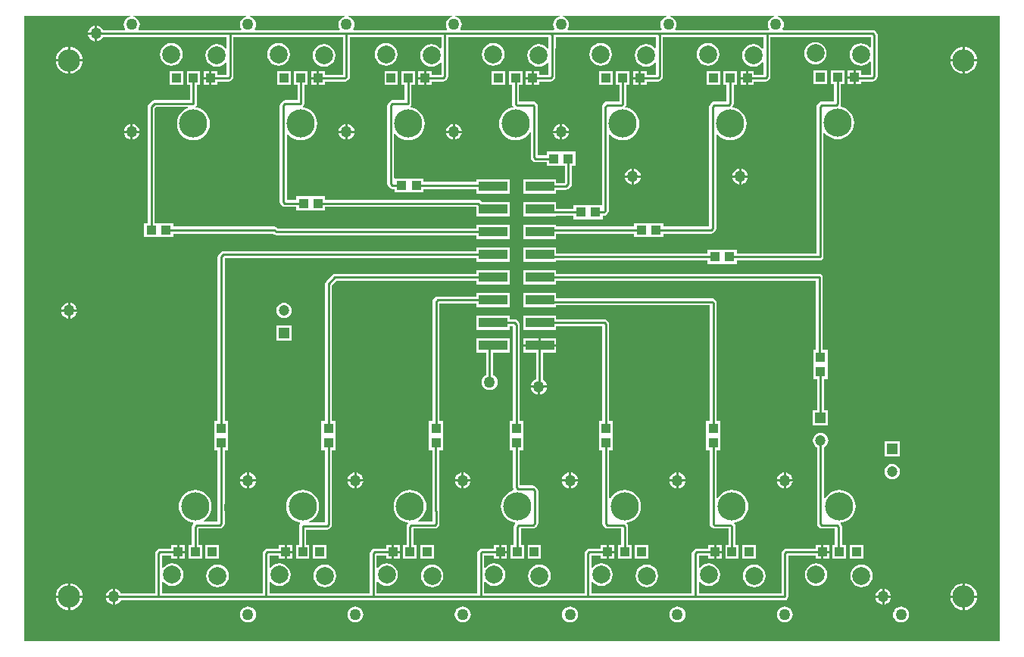
<source format=gtl>
G04*
G04 #@! TF.GenerationSoftware,Altium Limited,Altium Designer,20.2.6 (244)*
G04*
G04 Layer_Physical_Order=1*
G04 Layer_Color=255*
%FSLAX25Y25*%
%MOIN*%
G70*
G04*
G04 #@! TF.SameCoordinates,EAF40AD8-45E7-421E-9E40-196F19150C0C*
G04*
G04*
G04 #@! TF.FilePolarity,Positive*
G04*
G01*
G75*
%ADD12C,0.01000*%
%ADD13R,0.04469X0.04182*%
%ADD14R,0.04182X0.04469*%
%ADD15R,0.12500X0.04488*%
%ADD23R,0.04724X0.04724*%
%ADD24C,0.04724*%
%ADD25C,0.07874*%
%ADD26R,0.03937X0.03937*%
%ADD27C,0.12402*%
%ADD28C,0.09843*%
%ADD29C,0.05000*%
G36*
X448111Y393201D02*
X447905Y393174D01*
X447054Y392821D01*
X446323Y392260D01*
X445762Y391529D01*
X445409Y390677D01*
X445289Y389764D01*
X445409Y388850D01*
X445762Y387999D01*
X445959Y387742D01*
X445738Y387293D01*
X442059D01*
X441742Y387356D01*
X422431D01*
X422115Y387293D01*
X404656D01*
X404435Y387742D01*
X404632Y387999D01*
X404985Y388850D01*
X405105Y389764D01*
X404985Y390677D01*
X404632Y391529D01*
X404071Y392260D01*
X403340Y392821D01*
X402489Y393174D01*
X402283Y393201D01*
X402315Y393701D01*
X448078D01*
X448111Y393201D01*
D02*
G37*
G36*
X400867D02*
X400661Y393174D01*
X399810Y392821D01*
X399079Y392260D01*
X398518Y391529D01*
X398165Y390677D01*
X398045Y389764D01*
X398165Y388850D01*
X398518Y387999D01*
X398667Y387805D01*
X398445Y387356D01*
X374894D01*
X374578Y387293D01*
X357412D01*
X357191Y387742D01*
X357388Y387999D01*
X357741Y388850D01*
X357861Y389764D01*
X357741Y390677D01*
X357388Y391529D01*
X356827Y392260D01*
X356096Y392821D01*
X355244Y393174D01*
X355038Y393201D01*
X355071Y393701D01*
X400834D01*
X400867Y393201D01*
D02*
G37*
G36*
X353623D02*
X353417Y393174D01*
X352566Y392821D01*
X351835Y392260D01*
X351273Y391529D01*
X350921Y390677D01*
X350800Y389764D01*
X350921Y388850D01*
X351273Y387999D01*
X351422Y387805D01*
X351201Y387356D01*
X327650D01*
X327334Y387293D01*
X310168D01*
X309947Y387742D01*
X310144Y387999D01*
X310496Y388850D01*
X310617Y389764D01*
X310496Y390677D01*
X310144Y391529D01*
X309583Y392260D01*
X308852Y392821D01*
X308000Y393174D01*
X307794Y393201D01*
X307827Y393701D01*
X353590D01*
X353623Y393201D01*
D02*
G37*
G36*
X306379D02*
X306173Y393174D01*
X305322Y392821D01*
X304590Y392260D01*
X304029Y391529D01*
X303677Y390677D01*
X303556Y389764D01*
X303677Y388850D01*
X304029Y387999D01*
X304178Y387805D01*
X303957Y387356D01*
X281528D01*
X281211Y387293D01*
X262924D01*
X262702Y387742D01*
X262900Y387999D01*
X263252Y388850D01*
X263373Y389764D01*
X263252Y390677D01*
X262900Y391529D01*
X262339Y392260D01*
X261608Y392821D01*
X260756Y393174D01*
X260550Y393201D01*
X260583Y393701D01*
X306346D01*
X306379Y393201D01*
D02*
G37*
G36*
X259135D02*
X258929Y393174D01*
X258077Y392821D01*
X257346Y392260D01*
X256785Y391529D01*
X256433Y390677D01*
X256312Y389764D01*
X256433Y388850D01*
X256785Y387999D01*
X256982Y387742D01*
X256761Y387293D01*
X219617D01*
X219395Y387742D01*
X219593Y387999D01*
X219945Y388850D01*
X220066Y389764D01*
X219945Y390677D01*
X219593Y391529D01*
X219032Y392260D01*
X218301Y392821D01*
X217449Y393174D01*
X217243Y393201D01*
X217276Y393701D01*
X259102D01*
X259135Y393201D01*
D02*
G37*
G36*
X215828D02*
X215622Y393174D01*
X214770Y392821D01*
X214039Y392260D01*
X213478Y391529D01*
X213125Y390677D01*
X213005Y389764D01*
X213125Y388850D01*
X213478Y387999D01*
X213627Y387805D01*
X213406Y387356D01*
X183994D01*
X183678Y387293D01*
X168436D01*
X168214Y387742D01*
X168412Y387999D01*
X168764Y388850D01*
X168885Y389764D01*
X168764Y390677D01*
X168412Y391529D01*
X167851Y392260D01*
X167119Y392821D01*
X166268Y393174D01*
X166062Y393201D01*
X166095Y393701D01*
X215795D01*
X215828Y393201D01*
D02*
G37*
G36*
X547244Y118110D02*
X118110D01*
Y393701D01*
X164614D01*
X164646Y393201D01*
X164441Y393174D01*
X163589Y392821D01*
X162858Y392260D01*
X162297Y391529D01*
X161944Y390677D01*
X161824Y389764D01*
X161944Y388850D01*
X162297Y387999D01*
X162494Y387742D01*
X162273Y387293D01*
X159518D01*
X159201Y387356D01*
X152761D01*
X152664Y387592D01*
X152102Y388323D01*
X151371Y388884D01*
X150520Y389237D01*
X150106Y389291D01*
Y385827D01*
Y382362D01*
X150520Y382417D01*
X151371Y382769D01*
X152102Y383330D01*
X152664Y384062D01*
X152761Y384297D01*
X158948D01*
X159264Y384234D01*
X183931D01*
X184248Y384297D01*
X207132D01*
Y379370D01*
X206632Y379200D01*
X206277Y379663D01*
X205246Y380454D01*
X204045Y380952D01*
X202756Y381121D01*
X201467Y380952D01*
X200266Y380454D01*
X199235Y379663D01*
X198443Y378631D01*
X197946Y377431D01*
X197776Y376142D01*
X197946Y374853D01*
X198443Y373652D01*
X199235Y372621D01*
X200266Y371829D01*
X201467Y371332D01*
X202756Y371162D01*
X204045Y371332D01*
X205246Y371829D01*
X206277Y372621D01*
X206632Y373083D01*
X207132Y372914D01*
Y367671D01*
X202969D01*
Y369110D01*
X200500D01*
Y366142D01*
Y363173D01*
X202969D01*
Y364612D01*
X208076D01*
X208661Y364729D01*
X209157Y365060D01*
X209743Y365646D01*
X210074Y366142D01*
X210191Y366727D01*
Y384297D01*
X214562D01*
X214879Y384234D01*
X258313D01*
Y367671D01*
X250213D01*
Y369110D01*
X247744D01*
Y366142D01*
Y363173D01*
X250213D01*
Y364612D01*
X259257D01*
X259842Y364729D01*
X260338Y365060D01*
X260924Y365646D01*
X261256Y366142D01*
X261372Y366727D01*
Y384234D01*
X281465D01*
X281781Y384297D01*
X301620D01*
Y379926D01*
X301557Y379610D01*
Y379452D01*
X301057Y379282D01*
X300765Y379663D01*
X299734Y380454D01*
X298533Y380952D01*
X297244Y381121D01*
X295955Y380952D01*
X294754Y380454D01*
X293723Y379663D01*
X292932Y378631D01*
X292434Y377431D01*
X292265Y376142D01*
X292434Y374853D01*
X292932Y373652D01*
X293723Y372621D01*
X294754Y371829D01*
X295955Y371332D01*
X297244Y371162D01*
X298533Y371332D01*
X299734Y371829D01*
X300765Y372621D01*
X301057Y373001D01*
X301557Y372831D01*
Y367671D01*
X297457D01*
Y369110D01*
X294988D01*
Y366142D01*
Y363173D01*
X297457D01*
Y364612D01*
X302501D01*
X303086Y364729D01*
X303582Y365060D01*
X304168Y365646D01*
X304500Y366142D01*
X304616Y366727D01*
Y379356D01*
X304679Y379673D01*
Y384112D01*
X305179Y384284D01*
X305430Y384234D01*
X327587D01*
X327904Y384297D01*
X348864D01*
Y379926D01*
X348801Y379610D01*
Y379452D01*
X348301Y379282D01*
X348009Y379663D01*
X346978Y380454D01*
X345777Y380952D01*
X344488Y381121D01*
X343199Y380952D01*
X341998Y380454D01*
X340967Y379663D01*
X340176Y378631D01*
X339678Y377431D01*
X339509Y376142D01*
X339678Y374853D01*
X340176Y373652D01*
X340967Y372621D01*
X341998Y371829D01*
X343199Y371332D01*
X344488Y371162D01*
X345777Y371332D01*
X346978Y371829D01*
X348009Y372621D01*
X348301Y373001D01*
X348801Y372831D01*
Y367671D01*
X344701D01*
Y369110D01*
X342232D01*
Y366142D01*
Y363173D01*
X344701D01*
Y364612D01*
X349745D01*
X350330Y364729D01*
X350826Y365060D01*
X351412Y365646D01*
X351744Y366142D01*
X351860Y366727D01*
Y379356D01*
X351923Y379673D01*
Y384112D01*
X352423Y384284D01*
X352674Y384234D01*
X374831D01*
X375148Y384297D01*
X396108D01*
Y379926D01*
X396045Y379610D01*
Y379452D01*
X395545Y379282D01*
X395253Y379663D01*
X394222Y380454D01*
X393021Y380952D01*
X391732Y381121D01*
X390443Y380952D01*
X389243Y380454D01*
X388211Y379663D01*
X387420Y378631D01*
X386922Y377431D01*
X386753Y376142D01*
X386922Y374853D01*
X387420Y373652D01*
X388211Y372621D01*
X389243Y371829D01*
X390443Y371332D01*
X391732Y371162D01*
X393021Y371332D01*
X394222Y371829D01*
X395253Y372621D01*
X395545Y373001D01*
X396045Y372831D01*
Y367671D01*
X391945D01*
Y369110D01*
X389476D01*
Y366142D01*
Y363173D01*
X391945D01*
Y364612D01*
X396989D01*
X397574Y364729D01*
X398070Y365060D01*
X398656Y365646D01*
X398988Y366142D01*
X399104Y366727D01*
Y379356D01*
X399167Y379673D01*
Y384112D01*
X399667Y384284D01*
X399918Y384234D01*
X422368D01*
X422685Y384297D01*
X441488D01*
X441805Y384234D01*
X443353D01*
Y379370D01*
X442852Y379200D01*
X442497Y379663D01*
X441466Y380454D01*
X440265Y380952D01*
X438976Y381121D01*
X437688Y380952D01*
X436487Y380454D01*
X435455Y379663D01*
X434664Y378631D01*
X434166Y377431D01*
X433997Y376142D01*
X434166Y374853D01*
X434664Y373652D01*
X435455Y372621D01*
X436487Y371829D01*
X437688Y371332D01*
X438976Y371162D01*
X440265Y371332D01*
X441466Y371829D01*
X442497Y372621D01*
X442852Y373083D01*
X443353Y372914D01*
Y367671D01*
X439189D01*
Y369110D01*
X436721D01*
Y366142D01*
Y363173D01*
X439189D01*
Y364612D01*
X444296D01*
X444881Y364729D01*
X445377Y365060D01*
X445963Y365646D01*
X446295Y366142D01*
X446411Y366727D01*
Y384234D01*
X490597D01*
Y379764D01*
X490097Y379594D01*
X489742Y380057D01*
X488710Y380848D01*
X487509Y381345D01*
X486221Y381515D01*
X484932Y381345D01*
X483731Y380848D01*
X482699Y380057D01*
X481908Y379025D01*
X481411Y377824D01*
X481241Y376535D01*
X481411Y375247D01*
X481908Y374046D01*
X482699Y373014D01*
X483731Y372223D01*
X484932Y371726D01*
X486221Y371556D01*
X487509Y371726D01*
X488710Y372223D01*
X489742Y373014D01*
X490097Y373477D01*
X490597Y373307D01*
Y367671D01*
X486433D01*
Y369504D01*
X483965D01*
Y366535D01*
Y363567D01*
X486433D01*
Y364612D01*
X491540D01*
X492126Y364729D01*
X492622Y365060D01*
X493207Y365646D01*
X493539Y366142D01*
X493655Y366727D01*
Y385178D01*
X493539Y385763D01*
X493207Y386259D01*
X492622Y386845D01*
X492126Y387177D01*
X491540Y387293D01*
X451900D01*
X451679Y387742D01*
X451876Y387999D01*
X452229Y388850D01*
X452349Y389764D01*
X452229Y390677D01*
X451876Y391529D01*
X451315Y392260D01*
X450584Y392821D01*
X449733Y393174D01*
X449527Y393201D01*
X449559Y393701D01*
X547244D01*
Y118110D01*
D02*
G37*
%LPC*%
G36*
X149106Y389291D02*
X148693Y389237D01*
X147841Y388884D01*
X147110Y388323D01*
X146549Y387592D01*
X146196Y386740D01*
X146142Y386327D01*
X149106D01*
Y389291D01*
D02*
G37*
G36*
Y385327D02*
X146142D01*
X146196Y384913D01*
X146549Y384062D01*
X147110Y383330D01*
X147841Y382769D01*
X148693Y382417D01*
X149106Y382362D01*
Y385327D01*
D02*
G37*
G36*
X531996Y379916D02*
Y374516D01*
X537397D01*
X537332Y375177D01*
X536993Y376293D01*
X536443Y377321D01*
X535703Y378223D01*
X534802Y378963D01*
X533773Y379513D01*
X532657Y379851D01*
X531996Y379916D01*
D02*
G37*
G36*
X530996D02*
X530335Y379851D01*
X529219Y379513D01*
X528191Y378963D01*
X527289Y378223D01*
X526549Y377321D01*
X525999Y376293D01*
X525661Y375177D01*
X525595Y374516D01*
X530996D01*
Y379916D01*
D02*
G37*
G36*
X138295D02*
Y374516D01*
X143696D01*
X143631Y375177D01*
X143292Y376293D01*
X142743Y377321D01*
X142002Y378223D01*
X141101Y378963D01*
X140072Y379513D01*
X138956Y379851D01*
X138295Y379916D01*
D02*
G37*
G36*
X137295D02*
X136635Y379851D01*
X135518Y379513D01*
X134490Y378963D01*
X133588Y378223D01*
X132848Y377321D01*
X132298Y376293D01*
X131960Y375177D01*
X131895Y374516D01*
X137295D01*
Y379916D01*
D02*
G37*
G36*
X466221Y382047D02*
X464932Y381877D01*
X463731Y381379D01*
X462699Y380588D01*
X461908Y379557D01*
X461411Y378356D01*
X461241Y377067D01*
X461411Y375778D01*
X461908Y374577D01*
X462699Y373546D01*
X463731Y372755D01*
X464932Y372257D01*
X466221Y372087D01*
X467509Y372257D01*
X468710Y372755D01*
X469742Y373546D01*
X470533Y374577D01*
X471030Y375778D01*
X471200Y377067D01*
X471030Y378356D01*
X470533Y379557D01*
X469742Y380588D01*
X468710Y381379D01*
X467509Y381877D01*
X466221Y382047D01*
D02*
G37*
G36*
X418976Y381653D02*
X417688Y381483D01*
X416487Y380986D01*
X415455Y380194D01*
X414664Y379163D01*
X414166Y377962D01*
X413997Y376673D01*
X414166Y375384D01*
X414664Y374183D01*
X415455Y373152D01*
X416487Y372361D01*
X417688Y371863D01*
X418976Y371694D01*
X420265Y371863D01*
X421466Y372361D01*
X422498Y373152D01*
X423289Y374183D01*
X423786Y375384D01*
X423956Y376673D01*
X423786Y377962D01*
X423289Y379163D01*
X422498Y380194D01*
X421466Y380986D01*
X420265Y381483D01*
X418976Y381653D01*
D02*
G37*
G36*
X371732D02*
X370444Y381483D01*
X369243Y380986D01*
X368211Y380194D01*
X367420Y379163D01*
X366922Y377962D01*
X366753Y376673D01*
X366922Y375384D01*
X367420Y374183D01*
X368211Y373152D01*
X369243Y372361D01*
X370444Y371863D01*
X371732Y371694D01*
X373021Y371863D01*
X374222Y372361D01*
X375253Y373152D01*
X376045Y374183D01*
X376542Y375384D01*
X376712Y376673D01*
X376542Y377962D01*
X376045Y379163D01*
X375253Y380194D01*
X374222Y380986D01*
X373021Y381483D01*
X371732Y381653D01*
D02*
G37*
G36*
X324488D02*
X323199Y381483D01*
X321998Y380986D01*
X320967Y380194D01*
X320176Y379163D01*
X319678Y377962D01*
X319509Y376673D01*
X319678Y375384D01*
X320176Y374183D01*
X320967Y373152D01*
X321998Y372361D01*
X323199Y371863D01*
X324488Y371694D01*
X325777Y371863D01*
X326978Y372361D01*
X328009Y373152D01*
X328801Y374183D01*
X329298Y375384D01*
X329468Y376673D01*
X329298Y377962D01*
X328801Y379163D01*
X328009Y380194D01*
X326978Y380986D01*
X325777Y381483D01*
X324488Y381653D01*
D02*
G37*
G36*
X277244D02*
X275955Y381483D01*
X274754Y380986D01*
X273723Y380194D01*
X272932Y379163D01*
X272434Y377962D01*
X272265Y376673D01*
X272434Y375384D01*
X272932Y374183D01*
X273723Y373152D01*
X274754Y372361D01*
X275955Y371863D01*
X277244Y371694D01*
X278533Y371863D01*
X279734Y372361D01*
X280765Y373152D01*
X281557Y374183D01*
X282054Y375384D01*
X282224Y376673D01*
X282054Y377962D01*
X281557Y379163D01*
X280765Y380194D01*
X279734Y380986D01*
X278533Y381483D01*
X277244Y381653D01*
D02*
G37*
G36*
X230000D02*
X228711Y381483D01*
X227510Y380986D01*
X226479Y380194D01*
X225688Y379163D01*
X225190Y377962D01*
X225020Y376673D01*
X225190Y375384D01*
X225688Y374183D01*
X226479Y373152D01*
X227510Y372361D01*
X228711Y371863D01*
X230000Y371694D01*
X231289Y371863D01*
X232490Y372361D01*
X233521Y373152D01*
X234313Y374183D01*
X234810Y375384D01*
X234980Y376673D01*
X234810Y377962D01*
X234313Y379163D01*
X233521Y380194D01*
X232490Y380986D01*
X231289Y381483D01*
X230000Y381653D01*
D02*
G37*
G36*
X182756D02*
X181467Y381483D01*
X180266Y380986D01*
X179235Y380194D01*
X178443Y379163D01*
X177946Y377962D01*
X177776Y376673D01*
X177946Y375384D01*
X178443Y374183D01*
X179235Y373152D01*
X180266Y372361D01*
X181467Y371863D01*
X182756Y371694D01*
X184045Y371863D01*
X185246Y372361D01*
X186277Y373152D01*
X187068Y374183D01*
X187566Y375384D01*
X187735Y376673D01*
X187566Y377962D01*
X187068Y379163D01*
X186277Y380194D01*
X185246Y380986D01*
X184045Y381483D01*
X182756Y381653D01*
D02*
G37*
G36*
X250000Y381121D02*
X248711Y380952D01*
X247510Y380454D01*
X246479Y379663D01*
X245688Y378631D01*
X245190Y377431D01*
X245020Y376142D01*
X245190Y374853D01*
X245688Y373652D01*
X246479Y372621D01*
X247510Y371829D01*
X248711Y371332D01*
X250000Y371162D01*
X251289Y371332D01*
X252490Y371829D01*
X253521Y372621D01*
X254312Y373652D01*
X254810Y374853D01*
X254980Y376142D01*
X254810Y377431D01*
X254312Y378631D01*
X253521Y379663D01*
X252490Y380454D01*
X251289Y380952D01*
X250000Y381121D01*
D02*
G37*
G36*
X537397Y373516D02*
X531996D01*
Y368115D01*
X532657Y368180D01*
X533773Y368519D01*
X534802Y369069D01*
X535703Y369809D01*
X536443Y370710D01*
X536993Y371739D01*
X537332Y372855D01*
X537397Y373516D01*
D02*
G37*
G36*
X530996D02*
X525595D01*
X525661Y372855D01*
X525999Y371739D01*
X526549Y370710D01*
X527289Y369809D01*
X528191Y369069D01*
X529219Y368519D01*
X530335Y368180D01*
X530996Y368115D01*
Y373516D01*
D02*
G37*
G36*
X143696D02*
X138295D01*
Y368115D01*
X138956Y368180D01*
X140072Y368519D01*
X141101Y369069D01*
X142002Y369809D01*
X142743Y370710D01*
X143292Y371739D01*
X143631Y372855D01*
X143696Y373516D01*
D02*
G37*
G36*
X137295D02*
X131895D01*
X131960Y372855D01*
X132298Y371739D01*
X132848Y370710D01*
X133588Y369809D01*
X134490Y369069D01*
X135518Y368519D01*
X136635Y368180D01*
X137295Y368115D01*
Y373516D01*
D02*
G37*
G36*
X482965Y369504D02*
X480496D01*
Y367035D01*
X482965D01*
Y369504D01*
D02*
G37*
G36*
X435720Y369110D02*
X433252D01*
Y366642D01*
X435720D01*
Y369110D01*
D02*
G37*
G36*
X388476D02*
X386008D01*
Y366642D01*
X388476D01*
Y369110D01*
D02*
G37*
G36*
X341232D02*
X338764D01*
Y366642D01*
X341232D01*
Y369110D01*
D02*
G37*
G36*
X293988D02*
X291520D01*
Y366642D01*
X293988D01*
Y369110D01*
D02*
G37*
G36*
X246744D02*
X244276D01*
Y366642D01*
X246744D01*
Y369110D01*
D02*
G37*
G36*
X199500D02*
X197031D01*
Y366642D01*
X199500D01*
Y369110D01*
D02*
G37*
G36*
X482965Y366035D02*
X480496D01*
Y363567D01*
X482965D01*
Y366035D01*
D02*
G37*
G36*
X471472Y369504D02*
X465535D01*
Y363567D01*
X471472D01*
Y369504D01*
D02*
G37*
G36*
X435720Y365642D02*
X433252D01*
Y363173D01*
X435720D01*
Y365642D01*
D02*
G37*
G36*
X424228Y369110D02*
X418291D01*
Y363173D01*
X424228D01*
Y369110D01*
D02*
G37*
G36*
X388476Y365642D02*
X386008D01*
Y363173D01*
X388476D01*
Y365642D01*
D02*
G37*
G36*
X376984Y369110D02*
X371047D01*
Y363173D01*
X376984D01*
Y369110D01*
D02*
G37*
G36*
X341232Y365642D02*
X338764D01*
Y363173D01*
X341232D01*
Y365642D01*
D02*
G37*
G36*
X329740Y369110D02*
X323803D01*
Y363173D01*
X329740D01*
Y369110D01*
D02*
G37*
G36*
X293988Y365642D02*
X291520D01*
Y363173D01*
X293988D01*
Y365642D01*
D02*
G37*
G36*
X282496Y369110D02*
X276559D01*
Y363173D01*
X282496D01*
Y369110D01*
D02*
G37*
G36*
X246744Y365642D02*
X244276D01*
Y363173D01*
X246744D01*
Y365642D01*
D02*
G37*
G36*
X235252Y369110D02*
X229315D01*
Y363173D01*
X235252D01*
Y369110D01*
D02*
G37*
G36*
X199500Y365642D02*
X197031D01*
Y363173D01*
X199500D01*
Y365642D01*
D02*
G37*
G36*
X188008Y369110D02*
X182071D01*
Y363173D01*
X188008D01*
Y369110D01*
D02*
G37*
G36*
X354831Y345984D02*
Y343020D01*
X357795D01*
X357741Y343433D01*
X357388Y344285D01*
X356827Y345016D01*
X356096Y345577D01*
X355244Y345930D01*
X354831Y345984D01*
D02*
G37*
G36*
X353831D02*
X353417Y345930D01*
X352566Y345577D01*
X351835Y345016D01*
X351273Y344285D01*
X350921Y343433D01*
X350866Y343020D01*
X353831D01*
Y345984D01*
D02*
G37*
G36*
X307587D02*
Y343020D01*
X310551D01*
X310496Y343433D01*
X310144Y344285D01*
X309583Y345016D01*
X308852Y345577D01*
X308000Y345930D01*
X307587Y345984D01*
D02*
G37*
G36*
X306587D02*
X306173Y345930D01*
X305322Y345577D01*
X304590Y345016D01*
X304029Y344285D01*
X303677Y343433D01*
X303622Y343020D01*
X306587D01*
Y345984D01*
D02*
G37*
G36*
X260343D02*
Y343020D01*
X263307D01*
X263252Y343433D01*
X262900Y344285D01*
X262339Y345016D01*
X261608Y345577D01*
X260756Y345930D01*
X260343Y345984D01*
D02*
G37*
G36*
X259343D02*
X258929Y345930D01*
X258077Y345577D01*
X257346Y345016D01*
X256785Y344285D01*
X256433Y343433D01*
X256378Y343020D01*
X259343D01*
Y345984D01*
D02*
G37*
G36*
X165854D02*
Y343020D01*
X168819D01*
X168764Y343433D01*
X168412Y344285D01*
X167851Y345016D01*
X167119Y345577D01*
X166268Y345930D01*
X165854Y345984D01*
D02*
G37*
G36*
X164854D02*
X164441Y345930D01*
X163589Y345577D01*
X162858Y345016D01*
X162297Y344285D01*
X161944Y343433D01*
X161890Y343020D01*
X164854D01*
Y345984D01*
D02*
G37*
G36*
X478953Y369504D02*
X473016D01*
Y363567D01*
X474455D01*
Y355860D01*
X469090D01*
X468504Y355744D01*
X468008Y355412D01*
X467202Y354606D01*
X466870Y354110D01*
X466754Y353524D01*
Y288931D01*
X431641D01*
Y290492D01*
X418752D01*
Y288931D01*
X352142D01*
Y291709D01*
X337642D01*
Y285221D01*
X352142D01*
Y285872D01*
X418752D01*
Y284311D01*
X431641D01*
Y285872D01*
X468284D01*
X468869Y285989D01*
X469365Y286320D01*
X469696Y286816D01*
X469813Y287402D01*
Y341838D01*
X470313Y342017D01*
X470868Y341340D01*
X471964Y340441D01*
X473215Y339772D01*
X474573Y339360D01*
X475984Y339221D01*
X477396Y339360D01*
X478753Y339772D01*
X480004Y340441D01*
X481101Y341340D01*
X482000Y342437D01*
X482669Y343688D01*
X483081Y345045D01*
X483220Y346457D01*
X483081Y347868D01*
X482669Y349226D01*
X482000Y350477D01*
X481101Y351573D01*
X480004Y352473D01*
X478753Y353141D01*
X477451Y353537D01*
X477342Y353716D01*
X477224Y354073D01*
X477397Y354331D01*
X477514Y354917D01*
Y363567D01*
X478953D01*
Y369504D01*
D02*
G37*
G36*
X357795Y342020D02*
X354831D01*
Y339055D01*
X355244Y339110D01*
X356096Y339462D01*
X356827Y340023D01*
X357388Y340755D01*
X357741Y341606D01*
X357795Y342020D01*
D02*
G37*
G36*
X353831D02*
X350866D01*
X350921Y341606D01*
X351273Y340755D01*
X351835Y340023D01*
X352566Y339462D01*
X353417Y339110D01*
X353831Y339055D01*
Y342020D01*
D02*
G37*
G36*
X310551D02*
X307587D01*
Y339055D01*
X308000Y339110D01*
X308852Y339462D01*
X309583Y340023D01*
X310144Y340755D01*
X310496Y341606D01*
X310551Y342020D01*
D02*
G37*
G36*
X306587D02*
X303622D01*
X303677Y341606D01*
X304029Y340755D01*
X304590Y340023D01*
X305322Y339462D01*
X306173Y339110D01*
X306587Y339055D01*
Y342020D01*
D02*
G37*
G36*
X263307D02*
X260343D01*
Y339055D01*
X260756Y339110D01*
X261608Y339462D01*
X262339Y340023D01*
X262900Y340755D01*
X263252Y341606D01*
X263307Y342020D01*
D02*
G37*
G36*
X259343D02*
X256378D01*
X256433Y341606D01*
X256785Y340755D01*
X257346Y340023D01*
X258077Y339462D01*
X258929Y339110D01*
X259343Y339055D01*
Y342020D01*
D02*
G37*
G36*
X168819D02*
X165854D01*
Y339055D01*
X166268Y339110D01*
X167119Y339462D01*
X167851Y340023D01*
X168412Y340755D01*
X168764Y341606D01*
X168819Y342020D01*
D02*
G37*
G36*
X164854D02*
X161890D01*
X161944Y341606D01*
X162297Y340755D01*
X162858Y340023D01*
X163589Y339462D01*
X164441Y339110D01*
X164854Y339055D01*
Y342020D01*
D02*
G37*
G36*
X431709Y369110D02*
X425772D01*
Y363173D01*
X427211D01*
Y355860D01*
X421846D01*
X421260Y355744D01*
X420764Y355412D01*
X419958Y354606D01*
X419626Y354110D01*
X419510Y353524D01*
Y300742D01*
X399418D01*
Y302303D01*
X386529D01*
Y300742D01*
X352142D01*
Y301709D01*
X337642D01*
Y295220D01*
X352142D01*
Y297683D01*
X386529D01*
Y296122D01*
X399418D01*
Y297683D01*
X420454D01*
X421039Y297800D01*
X421535Y298131D01*
X422121Y298717D01*
X422452Y299213D01*
X422569Y299798D01*
Y341444D01*
X423069Y341623D01*
X423624Y340947D01*
X424720Y340047D01*
X425971Y339378D01*
X427328Y338966D01*
X428740Y338827D01*
X430152Y338966D01*
X431509Y339378D01*
X432760Y340047D01*
X433856Y340947D01*
X434756Y342043D01*
X435425Y343294D01*
X435837Y344651D01*
X435976Y346063D01*
X435837Y347475D01*
X435425Y348832D01*
X434756Y350083D01*
X433856Y351179D01*
X432760Y352079D01*
X431509Y352748D01*
X430152Y353160D01*
X429818Y353192D01*
X429650Y353663D01*
X429822Y353835D01*
X430153Y354331D01*
X430269Y354917D01*
Y363173D01*
X431709D01*
Y369110D01*
D02*
G37*
G36*
X384465D02*
X378528D01*
Y363173D01*
X379967D01*
Y355860D01*
X374602D01*
X374016Y355744D01*
X373520Y355412D01*
X372714Y354606D01*
X372382Y354110D01*
X372266Y353524D01*
Y310177D01*
X359697D01*
Y308616D01*
X352142D01*
Y311709D01*
X337642D01*
Y305221D01*
X352142D01*
Y305557D01*
X359697D01*
Y303996D01*
X372586D01*
Y305557D01*
X373210D01*
X373795Y305674D01*
X374291Y306005D01*
X374877Y306591D01*
X375208Y307087D01*
X375325Y307672D01*
Y341444D01*
X375825Y341623D01*
X376380Y340947D01*
X377476Y340047D01*
X378727Y339378D01*
X380084Y338966D01*
X381496Y338827D01*
X382908Y338966D01*
X384265Y339378D01*
X385516Y340047D01*
X386612Y340947D01*
X387512Y342043D01*
X388181Y343294D01*
X388593Y344651D01*
X388732Y346063D01*
X388593Y347475D01*
X388181Y348832D01*
X387512Y350083D01*
X386612Y351179D01*
X385516Y352079D01*
X384265Y352748D01*
X382908Y353160D01*
X382574Y353192D01*
X382406Y353663D01*
X382577Y353835D01*
X382909Y354331D01*
X383026Y354917D01*
Y363173D01*
X384465D01*
Y369110D01*
D02*
G37*
G36*
X289976D02*
X284039D01*
Y363173D01*
X285478D01*
Y356446D01*
X280113D01*
X279528Y356329D01*
X279032Y355998D01*
X278226Y355192D01*
X277894Y354696D01*
X277778Y354110D01*
Y319483D01*
X277894Y318898D01*
X278226Y318402D01*
X278811Y317816D01*
X279308Y317485D01*
X279893Y317368D01*
X280957D01*
Y315807D01*
X293846D01*
Y317368D01*
X317150D01*
Y315220D01*
X331650D01*
Y321709D01*
X317150D01*
Y320427D01*
X293846D01*
Y321989D01*
X280957D01*
X280837Y322439D01*
Y341444D01*
X281336Y341623D01*
X281891Y340947D01*
X282988Y340047D01*
X284239Y339378D01*
X285596Y338966D01*
X287008Y338827D01*
X288420Y338966D01*
X289777Y339378D01*
X291028Y340047D01*
X292124Y340947D01*
X293024Y342043D01*
X293693Y343294D01*
X294105Y344651D01*
X294244Y346063D01*
X294105Y347475D01*
X293693Y348832D01*
X293024Y350083D01*
X292124Y351179D01*
X291028Y352079D01*
X289777Y352748D01*
X288420Y353160D01*
X288035Y353197D01*
X287906Y353713D01*
X288089Y353835D01*
X288421Y354331D01*
X288537Y354917D01*
Y363173D01*
X289976D01*
Y369110D01*
D02*
G37*
G36*
X242732D02*
X236795D01*
Y363173D01*
X238234D01*
Y356446D01*
X232869D01*
X232284Y356329D01*
X231788Y355998D01*
X230981Y355192D01*
X230650Y354696D01*
X230534Y354110D01*
Y311609D01*
X230650Y311024D01*
X230981Y310528D01*
X231567Y309942D01*
X232064Y309611D01*
X232649Y309494D01*
X237650D01*
Y307933D01*
X250539D01*
Y309494D01*
X317150D01*
Y305221D01*
X331650D01*
Y311709D01*
X319313D01*
X318916Y312105D01*
X318420Y312437D01*
X317835Y312553D01*
X250539D01*
Y314114D01*
X237650D01*
Y312553D01*
X233592D01*
Y341444D01*
X234092Y341623D01*
X234647Y340947D01*
X235744Y340047D01*
X236995Y339378D01*
X238352Y338966D01*
X239764Y338827D01*
X241175Y338966D01*
X242533Y339378D01*
X243784Y340047D01*
X244880Y340947D01*
X245780Y342043D01*
X246449Y343294D01*
X246860Y344651D01*
X246999Y346063D01*
X246860Y347475D01*
X246449Y348832D01*
X245780Y350083D01*
X244880Y351179D01*
X243784Y352079D01*
X242533Y352748D01*
X241175Y353160D01*
X240791Y353197D01*
X240662Y353713D01*
X240845Y353835D01*
X241177Y354331D01*
X241293Y354917D01*
Y363173D01*
X242732D01*
Y369110D01*
D02*
G37*
G36*
X195488D02*
X189551D01*
Y363173D01*
X190990D01*
Y356446D01*
X175268D01*
X174682Y356329D01*
X174186Y355998D01*
X172874Y354685D01*
X172542Y354189D01*
X172426Y353604D01*
Y302303D01*
X170721D01*
Y296122D01*
X183610D01*
Y297683D01*
X227551D01*
X227851Y297383D01*
X228347Y297052D01*
X228932Y296935D01*
X317150D01*
Y295220D01*
X331650D01*
Y301709D01*
X317150D01*
Y299994D01*
X229566D01*
X229266Y300294D01*
X228769Y300626D01*
X228184Y300742D01*
X183610D01*
Y302303D01*
X175485D01*
Y352970D01*
X175901Y353387D01*
X190136D01*
X190210Y352887D01*
X189751Y352748D01*
X188500Y352079D01*
X187403Y351179D01*
X186504Y350083D01*
X185835Y348832D01*
X185423Y347475D01*
X185284Y346063D01*
X185423Y344651D01*
X185835Y343294D01*
X186504Y342043D01*
X187403Y340947D01*
X188500Y340047D01*
X189751Y339378D01*
X191108Y338966D01*
X192520Y338827D01*
X193931Y338966D01*
X195289Y339378D01*
X196540Y340047D01*
X197636Y340947D01*
X198536Y342043D01*
X199205Y343294D01*
X199616Y344651D01*
X199755Y346063D01*
X199616Y347475D01*
X199205Y348832D01*
X198536Y350083D01*
X197636Y351179D01*
X196540Y352079D01*
X195289Y352748D01*
X193931Y353160D01*
X193547Y353197D01*
X193418Y353713D01*
X193601Y353835D01*
X193933Y354331D01*
X194049Y354917D01*
Y363173D01*
X195488D01*
Y369110D01*
D02*
G37*
G36*
X433571Y326299D02*
Y323335D01*
X436535D01*
X436481Y323748D01*
X436128Y324600D01*
X435567Y325331D01*
X434836Y325892D01*
X433985Y326245D01*
X433571Y326299D01*
D02*
G37*
G36*
X432571D02*
X432157Y326245D01*
X431306Y325892D01*
X430575Y325331D01*
X430014Y324600D01*
X429661Y323748D01*
X429606Y323335D01*
X432571D01*
Y326299D01*
D02*
G37*
G36*
X386327D02*
Y323335D01*
X389291D01*
X389237Y323748D01*
X388884Y324600D01*
X388323Y325331D01*
X387592Y325892D01*
X386740Y326245D01*
X386327Y326299D01*
D02*
G37*
G36*
X385327D02*
X384913Y326245D01*
X384062Y325892D01*
X383330Y325331D01*
X382769Y324600D01*
X382417Y323748D01*
X382362Y323335D01*
X385327D01*
Y326299D01*
D02*
G37*
G36*
X337221Y369110D02*
X331283D01*
Y363173D01*
X332723D01*
Y354917D01*
X332839Y354331D01*
X333171Y353835D01*
X333342Y353663D01*
X333174Y353192D01*
X332840Y353160D01*
X331483Y352748D01*
X330232Y352079D01*
X329136Y351179D01*
X328236Y350083D01*
X327567Y348832D01*
X327155Y347475D01*
X327016Y346063D01*
X327155Y344651D01*
X327567Y343294D01*
X328236Y342043D01*
X329136Y340947D01*
X330232Y340047D01*
X331483Y339378D01*
X332840Y338966D01*
X334252Y338827D01*
X335664Y338966D01*
X337021Y339378D01*
X338272Y340047D01*
X339368Y340947D01*
X340268Y342043D01*
X340490Y342459D01*
X340990Y342333D01*
Y331294D01*
X341107Y330709D01*
X341438Y330213D01*
X342024Y329627D01*
X342520Y329296D01*
X343106Y329179D01*
X347886D01*
Y327618D01*
X356012D01*
Y320258D01*
X355748Y319994D01*
X352142D01*
Y321709D01*
X337642D01*
Y315220D01*
X352142D01*
Y316935D01*
X356381D01*
X356966Y317052D01*
X357463Y317383D01*
X358622Y318543D01*
X358954Y319039D01*
X359070Y319624D01*
Y327618D01*
X360775D01*
Y333800D01*
X347886D01*
Y332238D01*
X344049D01*
Y353745D01*
X343933Y354330D01*
X343601Y354826D01*
X343015Y355412D01*
X342519Y355744D01*
X341934Y355860D01*
X335781D01*
Y363173D01*
X337221D01*
Y369110D01*
D02*
G37*
G36*
X436535Y322335D02*
X433571D01*
Y319370D01*
X433985Y319425D01*
X434836Y319777D01*
X435567Y320338D01*
X436128Y321070D01*
X436481Y321921D01*
X436535Y322335D01*
D02*
G37*
G36*
X432571D02*
X429606D01*
X429661Y321921D01*
X430014Y321070D01*
X430575Y320338D01*
X431306Y319777D01*
X432157Y319425D01*
X432571Y319370D01*
Y322335D01*
D02*
G37*
G36*
X389291D02*
X386327D01*
Y319370D01*
X386740Y319425D01*
X387592Y319777D01*
X388323Y320338D01*
X388884Y321070D01*
X389237Y321921D01*
X389291Y322335D01*
D02*
G37*
G36*
X385327D02*
X382362D01*
X382417Y321921D01*
X382769Y321070D01*
X383330Y320338D01*
X384062Y319777D01*
X384913Y319425D01*
X385327Y319370D01*
Y322335D01*
D02*
G37*
G36*
X331650Y291709D02*
X317150D01*
Y289935D01*
X205728D01*
X205143Y289819D01*
X204647Y289487D01*
X203643Y288483D01*
X203311Y287987D01*
X203195Y287402D01*
Y215106D01*
X201634D01*
Y208637D01*
Y202217D01*
X203195D01*
Y179139D01*
X203132Y178822D01*
Y175508D01*
X203195Y175192D01*
Y170884D01*
X197123D01*
X197001Y171369D01*
X197327Y171543D01*
X198424Y172443D01*
X199323Y173539D01*
X199992Y174790D01*
X200404Y176147D01*
X200543Y177559D01*
X200404Y178971D01*
X199992Y180328D01*
X199323Y181579D01*
X198424Y182675D01*
X197327Y183575D01*
X196076Y184244D01*
X194719Y184656D01*
X193307Y184795D01*
X191895Y184656D01*
X190538Y184244D01*
X189287Y183575D01*
X188191Y182675D01*
X187291Y181579D01*
X186622Y180328D01*
X186211Y178971D01*
X186072Y177559D01*
X186211Y176147D01*
X186622Y174790D01*
X187291Y173539D01*
X188191Y172443D01*
X189287Y171543D01*
X190538Y170874D01*
X191895Y170463D01*
X192229Y170430D01*
X192397Y169959D01*
X192226Y169787D01*
X191894Y169291D01*
X191778Y168705D01*
Y160449D01*
X190339D01*
Y154512D01*
X196276D01*
Y160449D01*
X194836D01*
Y167825D01*
X204139D01*
X204724Y167941D01*
X205220Y168273D01*
X205806Y168859D01*
X206137Y169355D01*
X206254Y169940D01*
Y175445D01*
X206191Y175762D01*
Y178568D01*
X206254Y178885D01*
Y202217D01*
X207815D01*
Y208637D01*
Y215106D01*
X206254D01*
Y286768D01*
X206362Y286876D01*
X317150D01*
Y285221D01*
X331650D01*
Y291709D01*
D02*
G37*
G36*
Y281709D02*
X317150D01*
Y279935D01*
X254784D01*
X254198Y279819D01*
X253702Y279487D01*
X250887Y276672D01*
X250555Y276176D01*
X250439Y275590D01*
Y215106D01*
X248878D01*
Y208637D01*
Y202217D01*
X250439D01*
Y179139D01*
X250376Y178822D01*
Y175508D01*
X250439Y175192D01*
Y170427D01*
X243503D01*
X243486Y170468D01*
X243419Y170927D01*
X244571Y171543D01*
X245668Y172443D01*
X246567Y173539D01*
X247236Y174790D01*
X247648Y176147D01*
X247787Y177559D01*
X247648Y178971D01*
X247236Y180328D01*
X246567Y181579D01*
X245668Y182675D01*
X244571Y183575D01*
X243320Y184244D01*
X241963Y184656D01*
X240551Y184795D01*
X239140Y184656D01*
X237782Y184244D01*
X236531Y183575D01*
X235435Y182675D01*
X234535Y181579D01*
X233866Y180328D01*
X233455Y178971D01*
X233316Y177559D01*
X233455Y176147D01*
X233866Y174790D01*
X234535Y173539D01*
X235435Y172443D01*
X236531Y171543D01*
X237782Y170874D01*
X239140Y170463D01*
X239274Y170449D01*
X239388Y170176D01*
X239437Y169931D01*
X239138Y169483D01*
X239022Y168898D01*
Y160449D01*
X237583D01*
Y154512D01*
X243520D01*
Y160449D01*
X242081D01*
Y167368D01*
X251383D01*
X251968Y167485D01*
X252464Y167816D01*
X253050Y168402D01*
X253381Y168898D01*
X253498Y169483D01*
Y175445D01*
X253435Y175762D01*
Y178568D01*
X253498Y178885D01*
Y202217D01*
X255059D01*
Y208637D01*
Y215106D01*
X253498D01*
Y274957D01*
X255417Y276876D01*
X317150D01*
Y275220D01*
X331650D01*
Y281709D01*
D02*
G37*
G36*
Y271709D02*
X317150D01*
Y269994D01*
X299961D01*
X299375Y269878D01*
X298879Y269546D01*
X298131Y268798D01*
X297800Y268302D01*
X297683Y267717D01*
Y215106D01*
X296122D01*
Y208637D01*
Y202217D01*
X297620D01*
Y175508D01*
X297683Y175192D01*
Y170884D01*
X297556D01*
X297239Y170821D01*
X291525D01*
X291400Y171321D01*
X291815Y171543D01*
X292912Y172443D01*
X293811Y173539D01*
X294480Y174790D01*
X294892Y176147D01*
X295031Y177559D01*
X294892Y178971D01*
X294480Y180328D01*
X293811Y181579D01*
X292912Y182675D01*
X291815Y183575D01*
X290564Y184244D01*
X289207Y184656D01*
X287795Y184795D01*
X286384Y184656D01*
X285026Y184244D01*
X283775Y183575D01*
X282679Y182675D01*
X281779Y181579D01*
X281110Y180328D01*
X280699Y178971D01*
X280560Y177559D01*
X280699Y176147D01*
X281110Y174790D01*
X281779Y173539D01*
X282679Y172443D01*
X283775Y171543D01*
X285026Y170874D01*
X286384Y170463D01*
X286717Y170430D01*
X286886Y169959D01*
X286714Y169787D01*
X286382Y169291D01*
X286266Y168705D01*
Y160449D01*
X284827D01*
Y154512D01*
X290764D01*
Y160449D01*
X289325D01*
Y167762D01*
X297493D01*
X297809Y167825D01*
X298690D01*
X299275Y167941D01*
X299771Y168273D01*
X300294Y168796D01*
X300626Y169292D01*
X300742Y169877D01*
Y175445D01*
X300679Y175762D01*
Y202217D01*
X302303D01*
Y208637D01*
Y215106D01*
X300742D01*
Y266935D01*
X317150D01*
Y265220D01*
X331650D01*
Y271709D01*
D02*
G37*
G36*
X138295Y267244D02*
Y264280D01*
X141260D01*
X141205Y264693D01*
X140852Y265545D01*
X140292Y266276D01*
X139560Y266837D01*
X138709Y267189D01*
X138295Y267244D01*
D02*
G37*
G36*
X137295D02*
X136882Y267189D01*
X136030Y266837D01*
X135299Y266276D01*
X134738Y265545D01*
X134385Y264693D01*
X134331Y264280D01*
X137295D01*
Y267244D01*
D02*
G37*
G36*
X232283Y267171D02*
X231406Y267055D01*
X230588Y266716D01*
X229886Y266178D01*
X229347Y265475D01*
X229008Y264657D01*
X228892Y263779D01*
X229008Y262902D01*
X229347Y262084D01*
X229886Y261382D01*
X230588Y260843D01*
X231406Y260504D01*
X232283Y260388D01*
X233161Y260504D01*
X233979Y260843D01*
X234681Y261382D01*
X235220Y262084D01*
X235559Y262902D01*
X235675Y263779D01*
X235559Y264657D01*
X235220Y265475D01*
X234681Y266178D01*
X233979Y266716D01*
X233161Y267055D01*
X232283Y267171D01*
D02*
G37*
G36*
X141260Y263280D02*
X138295D01*
Y260315D01*
X138709Y260370D01*
X139560Y260722D01*
X140292Y261283D01*
X140852Y262014D01*
X141205Y262866D01*
X141260Y263280D01*
D02*
G37*
G36*
X137295D02*
X134331D01*
X134385Y262866D01*
X134738Y262014D01*
X135299Y261283D01*
X136030Y260722D01*
X136882Y260370D01*
X137295Y260315D01*
Y263280D01*
D02*
G37*
G36*
X235646Y257142D02*
X228921D01*
Y250417D01*
X235646D01*
Y257142D01*
D02*
G37*
G36*
X352142Y251709D02*
X345392D01*
Y248965D01*
X352142D01*
Y251709D01*
D02*
G37*
G36*
X344392D02*
X337642D01*
Y248965D01*
X344392D01*
Y251709D01*
D02*
G37*
G36*
X352142Y247965D02*
X344892D01*
X337642D01*
Y245220D01*
X343325D01*
Y233545D01*
X342760Y233311D01*
X342029Y232750D01*
X341468Y232019D01*
X341116Y231167D01*
X341061Y230753D01*
X347990D01*
X347936Y231167D01*
X347583Y232019D01*
X347022Y232750D01*
X346384Y233239D01*
Y245220D01*
X352142D01*
Y247965D01*
D02*
G37*
G36*
X331650Y251709D02*
X317150D01*
Y245220D01*
X321305D01*
Y235438D01*
X321070Y235341D01*
X320338Y234780D01*
X319777Y234049D01*
X319425Y233197D01*
X319304Y232283D01*
X319425Y231370D01*
X319777Y230518D01*
X320338Y229787D01*
X321070Y229226D01*
X321921Y228873D01*
X322835Y228753D01*
X323748Y228873D01*
X324600Y229226D01*
X325331Y229787D01*
X325892Y230518D01*
X326245Y231370D01*
X326365Y232283D01*
X326245Y233197D01*
X325892Y234049D01*
X325331Y234780D01*
X324600Y235341D01*
X324364Y235438D01*
Y245220D01*
X331650D01*
Y251709D01*
D02*
G37*
G36*
X347990Y229753D02*
X345026D01*
Y226789D01*
X345439Y226844D01*
X346291Y227196D01*
X347022Y227757D01*
X347583Y228488D01*
X347936Y229340D01*
X347990Y229753D01*
D02*
G37*
G36*
X344026D02*
X341061D01*
X341116Y229340D01*
X341468Y228488D01*
X342029Y227757D01*
X342760Y227196D01*
X343612Y226844D01*
X344026Y226789D01*
Y229753D01*
D02*
G37*
G36*
X352142Y281709D02*
X337642D01*
Y275220D01*
X352142D01*
Y276935D01*
X466389D01*
Y246602D01*
X465413D01*
Y240133D01*
Y233713D01*
X466974D01*
Y219898D01*
X465142D01*
Y213173D01*
X471866D01*
Y219898D01*
X470033D01*
Y233713D01*
X471595D01*
Y240133D01*
Y246602D01*
X469448D01*
Y278465D01*
X469331Y279050D01*
X469000Y279546D01*
X468503Y279877D01*
X467918Y279994D01*
X352142D01*
Y281709D01*
D02*
G37*
G36*
X503362Y206276D02*
X496638D01*
Y199551D01*
X503362D01*
Y206276D01*
D02*
G37*
G36*
X500000Y196305D02*
X499122Y196189D01*
X498304Y195850D01*
X497602Y195311D01*
X497063Y194609D01*
X496724Y193791D01*
X496609Y192913D01*
X496724Y192036D01*
X497063Y191218D01*
X497602Y190515D01*
X498304Y189977D01*
X499122Y189638D01*
X500000Y189522D01*
X500878Y189638D01*
X501696Y189977D01*
X502398Y190515D01*
X502937Y191218D01*
X503276Y192036D01*
X503391Y192913D01*
X503276Y193791D01*
X502937Y194609D01*
X502398Y195311D01*
X501696Y195850D01*
X500878Y196189D01*
X500000Y196305D01*
D02*
G37*
G36*
X453256Y192441D02*
Y189476D01*
X456220D01*
X456166Y189890D01*
X455813Y190742D01*
X455252Y191473D01*
X454521Y192034D01*
X453670Y192386D01*
X453256Y192441D01*
D02*
G37*
G36*
X452256D02*
X451842Y192386D01*
X450991Y192034D01*
X450260Y191473D01*
X449699Y190742D01*
X449346Y189890D01*
X449292Y189476D01*
X452256D01*
Y192441D01*
D02*
G37*
G36*
X406012D02*
Y189476D01*
X408976D01*
X408922Y189890D01*
X408569Y190742D01*
X408008Y191473D01*
X407277Y192034D01*
X406426Y192386D01*
X406012Y192441D01*
D02*
G37*
G36*
X405012D02*
X404598Y192386D01*
X403747Y192034D01*
X403016Y191473D01*
X402455Y190742D01*
X402102Y189890D01*
X402047Y189476D01*
X405012D01*
Y192441D01*
D02*
G37*
G36*
X358768D02*
Y189476D01*
X361732D01*
X361678Y189890D01*
X361325Y190742D01*
X360764Y191473D01*
X360033Y192034D01*
X359181Y192386D01*
X358768Y192441D01*
D02*
G37*
G36*
X357768D02*
X357354Y192386D01*
X356503Y192034D01*
X355771Y191473D01*
X355210Y190742D01*
X354858Y189890D01*
X354803Y189476D01*
X357768D01*
Y192441D01*
D02*
G37*
G36*
X311524D02*
Y189476D01*
X314488D01*
X314434Y189890D01*
X314081Y190742D01*
X313520Y191473D01*
X312789Y192034D01*
X311937Y192386D01*
X311524Y192441D01*
D02*
G37*
G36*
X310524D02*
X310110Y192386D01*
X309259Y192034D01*
X308527Y191473D01*
X307966Y190742D01*
X307614Y189890D01*
X307559Y189476D01*
X310524D01*
Y192441D01*
D02*
G37*
G36*
X264280D02*
Y189476D01*
X267244D01*
X267189Y189890D01*
X266837Y190742D01*
X266276Y191473D01*
X265545Y192034D01*
X264693Y192386D01*
X264280Y192441D01*
D02*
G37*
G36*
X263280D02*
X262866Y192386D01*
X262014Y192034D01*
X261283Y191473D01*
X260722Y190742D01*
X260370Y189890D01*
X260315Y189476D01*
X263280D01*
Y192441D01*
D02*
G37*
G36*
X217035D02*
Y189476D01*
X220000D01*
X219945Y189890D01*
X219593Y190742D01*
X219032Y191473D01*
X218301Y192034D01*
X217449Y192386D01*
X217035Y192441D01*
D02*
G37*
G36*
X216035D02*
X215622Y192386D01*
X214770Y192034D01*
X214039Y191473D01*
X213478Y190742D01*
X213125Y189890D01*
X213071Y189476D01*
X216035D01*
Y192441D01*
D02*
G37*
G36*
X456220Y188476D02*
X453256D01*
Y185512D01*
X453670Y185566D01*
X454521Y185919D01*
X455252Y186480D01*
X455813Y187211D01*
X456166Y188063D01*
X456220Y188476D01*
D02*
G37*
G36*
X452256D02*
X449292D01*
X449346Y188063D01*
X449699Y187211D01*
X450260Y186480D01*
X450991Y185919D01*
X451842Y185566D01*
X452256Y185512D01*
Y188476D01*
D02*
G37*
G36*
X408976D02*
X406012D01*
Y185512D01*
X406426Y185566D01*
X407277Y185919D01*
X408008Y186480D01*
X408569Y187211D01*
X408922Y188063D01*
X408976Y188476D01*
D02*
G37*
G36*
X405012D02*
X402047D01*
X402102Y188063D01*
X402455Y187211D01*
X403016Y186480D01*
X403747Y185919D01*
X404598Y185566D01*
X405012Y185512D01*
Y188476D01*
D02*
G37*
G36*
X361732D02*
X358768D01*
Y185512D01*
X359181Y185566D01*
X360033Y185919D01*
X360764Y186480D01*
X361325Y187211D01*
X361678Y188063D01*
X361732Y188476D01*
D02*
G37*
G36*
X357768D02*
X354803D01*
X354858Y188063D01*
X355210Y187211D01*
X355771Y186480D01*
X356503Y185919D01*
X357354Y185566D01*
X357768Y185512D01*
Y188476D01*
D02*
G37*
G36*
X314488D02*
X311524D01*
Y185512D01*
X311937Y185566D01*
X312789Y185919D01*
X313520Y186480D01*
X314081Y187211D01*
X314434Y188063D01*
X314488Y188476D01*
D02*
G37*
G36*
X310524D02*
X307559D01*
X307614Y188063D01*
X307966Y187211D01*
X308527Y186480D01*
X309259Y185919D01*
X310110Y185566D01*
X310524Y185512D01*
Y188476D01*
D02*
G37*
G36*
X267244D02*
X264280D01*
Y185512D01*
X264693Y185566D01*
X265545Y185919D01*
X266276Y186480D01*
X266837Y187211D01*
X267189Y188063D01*
X267244Y188476D01*
D02*
G37*
G36*
X263280D02*
X260315D01*
X260370Y188063D01*
X260722Y187211D01*
X261283Y186480D01*
X262014Y185919D01*
X262866Y185566D01*
X263280Y185512D01*
Y188476D01*
D02*
G37*
G36*
X220000D02*
X217035D01*
Y185512D01*
X217449Y185566D01*
X218301Y185919D01*
X219032Y186480D01*
X219593Y187211D01*
X219945Y188063D01*
X220000Y188476D01*
D02*
G37*
G36*
X216035D02*
X213071D01*
X213125Y188063D01*
X213478Y187211D01*
X214039Y186480D01*
X214770Y185919D01*
X215622Y185566D01*
X216035Y185512D01*
Y188476D01*
D02*
G37*
G36*
X472260Y160449D02*
X469791D01*
Y157980D01*
X472260D01*
Y160449D01*
D02*
G37*
G36*
X377772D02*
X375303D01*
Y157980D01*
X377772D01*
Y160449D01*
D02*
G37*
G36*
X236039D02*
X233571D01*
Y157980D01*
X236039D01*
Y160449D01*
D02*
G37*
G36*
X283283D02*
X280815D01*
Y157980D01*
X283283D01*
Y160449D01*
D02*
G37*
G36*
X425016D02*
X422547D01*
Y157980D01*
X425016D01*
Y160449D01*
D02*
G37*
G36*
X330528D02*
X328059D01*
Y157980D01*
X330528D01*
Y160449D01*
D02*
G37*
G36*
X188795D02*
X186327D01*
Y157980D01*
X188795D01*
Y160449D01*
D02*
G37*
G36*
X487220D02*
X481284D01*
Y154512D01*
X487220D01*
Y160449D01*
D02*
G37*
G36*
X468504Y209927D02*
X467626Y209811D01*
X466808Y209472D01*
X466106Y208933D01*
X465567Y208231D01*
X465228Y207413D01*
X465113Y206535D01*
X465228Y205658D01*
X465567Y204840D01*
X466106Y204137D01*
X466808Y203599D01*
X466974Y203530D01*
Y169877D01*
X467091Y169292D01*
X467422Y168796D01*
X468008Y168210D01*
X468504Y167878D01*
X469090Y167762D01*
X474849D01*
Y160449D01*
X473803D01*
Y154512D01*
X479740D01*
Y160449D01*
X477907D01*
Y168705D01*
X477791Y169291D01*
X477459Y169787D01*
X477323Y169923D01*
X477491Y170394D01*
X478183Y170463D01*
X479541Y170874D01*
X480792Y171543D01*
X481888Y172443D01*
X482788Y173539D01*
X483457Y174790D01*
X483868Y176147D01*
X484007Y177559D01*
X483868Y178971D01*
X483457Y180328D01*
X482788Y181579D01*
X481888Y182675D01*
X480792Y183575D01*
X479541Y184244D01*
X478183Y184656D01*
X476772Y184795D01*
X475360Y184656D01*
X474003Y184244D01*
X472752Y183575D01*
X471655Y182675D01*
X470755Y181579D01*
X470533Y181163D01*
X470033Y181289D01*
Y203530D01*
X470199Y203599D01*
X470902Y204137D01*
X471441Y204840D01*
X471780Y205658D01*
X471895Y206535D01*
X471780Y207413D01*
X471441Y208231D01*
X470902Y208933D01*
X470199Y209472D01*
X469382Y209811D01*
X468504Y209927D01*
D02*
G37*
G36*
X472260Y156980D02*
X469791D01*
Y154512D01*
X472260D01*
Y156980D01*
D02*
G37*
G36*
X439976Y160449D02*
X434039D01*
Y154512D01*
X439976D01*
Y160449D01*
D02*
G37*
G36*
X352142Y271709D02*
X337642D01*
Y265220D01*
X352142D01*
Y266187D01*
X419731D01*
Y215106D01*
X418169D01*
Y208637D01*
Y202217D01*
X419731D01*
Y169877D01*
X419847Y169292D01*
X420178Y168796D01*
X420764Y168210D01*
X421260Y167878D01*
X421846Y167762D01*
X427998D01*
Y160449D01*
X426559D01*
Y154512D01*
X432496D01*
Y160449D01*
X431057D01*
Y168705D01*
X430940Y169291D01*
X430609Y169787D01*
X430437Y169959D01*
X430606Y170430D01*
X430939Y170463D01*
X432297Y170874D01*
X433547Y171543D01*
X434644Y172443D01*
X435544Y173539D01*
X436212Y174790D01*
X436624Y176147D01*
X436763Y177559D01*
X436624Y178971D01*
X436212Y180328D01*
X435544Y181579D01*
X434644Y182675D01*
X433547Y183575D01*
X432297Y184244D01*
X430939Y184656D01*
X429528Y184795D01*
X428116Y184656D01*
X426759Y184244D01*
X425508Y183575D01*
X424411Y182675D01*
X423511Y181579D01*
X423289Y181163D01*
X422789Y181289D01*
Y202217D01*
X424351D01*
Y208637D01*
Y215106D01*
X422789D01*
Y267131D01*
X422673Y267716D01*
X422341Y268212D01*
X421756Y268798D01*
X421259Y269129D01*
X420674Y269246D01*
X352142D01*
Y271709D01*
D02*
G37*
G36*
X425016Y156980D02*
X422547D01*
Y154512D01*
X425016D01*
Y156980D01*
D02*
G37*
G36*
X468791Y160449D02*
X466323D01*
Y159010D01*
X453342D01*
X452756Y158893D01*
X452260Y158562D01*
X451675Y157976D01*
X451343Y157480D01*
X451227Y156895D01*
Y139325D01*
X414915D01*
Y144252D01*
X415415Y144422D01*
X415770Y143959D01*
X416802Y143168D01*
X418003Y142670D01*
X419291Y142501D01*
X420580Y142670D01*
X421781Y143168D01*
X422812Y143959D01*
X423604Y144991D01*
X424101Y146192D01*
X424271Y147480D01*
X424101Y148769D01*
X423604Y149970D01*
X422812Y151001D01*
X421781Y151793D01*
X420580Y152290D01*
X419291Y152460D01*
X418003Y152290D01*
X416802Y151793D01*
X415770Y151001D01*
X415415Y150539D01*
X414915Y150708D01*
Y155951D01*
X419079D01*
Y154512D01*
X421547D01*
Y157480D01*
Y160449D01*
X419079D01*
Y159010D01*
X413972D01*
X413386Y158893D01*
X412890Y158562D01*
X412304Y157976D01*
X411973Y157480D01*
X411856Y156895D01*
Y139325D01*
X367671D01*
Y144252D01*
X368171Y144422D01*
X368526Y143959D01*
X369557Y143168D01*
X370758Y142670D01*
X372047Y142501D01*
X373336Y142670D01*
X374537Y143168D01*
X375568Y143959D01*
X376360Y144991D01*
X376857Y146192D01*
X377027Y147480D01*
X376857Y148769D01*
X376360Y149970D01*
X375568Y151001D01*
X374537Y151793D01*
X373336Y152290D01*
X372047Y152460D01*
X370758Y152290D01*
X369557Y151793D01*
X368526Y151001D01*
X368171Y150539D01*
X367671Y150708D01*
Y155951D01*
X371835D01*
Y154512D01*
X374303D01*
Y157480D01*
Y160449D01*
X371835D01*
Y159010D01*
X366727D01*
X366142Y158893D01*
X365646Y158562D01*
X365060Y157976D01*
X364729Y157480D01*
X364612Y156895D01*
Y139325D01*
X320427D01*
Y144252D01*
X320927Y144422D01*
X321282Y143959D01*
X322313Y143168D01*
X323514Y142670D01*
X324803Y142501D01*
X326092Y142670D01*
X327293Y143168D01*
X328324Y143959D01*
X329116Y144991D01*
X329613Y146192D01*
X329783Y147480D01*
X329613Y148769D01*
X329116Y149970D01*
X328324Y151001D01*
X327293Y151793D01*
X326092Y152290D01*
X324803Y152460D01*
X323514Y152290D01*
X322313Y151793D01*
X321282Y151001D01*
X320927Y150539D01*
X320427Y150708D01*
Y155951D01*
X324591D01*
Y154512D01*
X327059D01*
Y157480D01*
Y160449D01*
X324591D01*
Y159010D01*
X319483D01*
X318898Y158893D01*
X318402Y158562D01*
X317816Y157976D01*
X317485Y157480D01*
X317368Y156895D01*
Y139325D01*
X273183D01*
Y144252D01*
X273683Y144422D01*
X274038Y143959D01*
X275069Y143168D01*
X276270Y142670D01*
X277559Y142501D01*
X278848Y142670D01*
X280049Y143168D01*
X281080Y143959D01*
X281872Y144991D01*
X282369Y146192D01*
X282539Y147480D01*
X282369Y148769D01*
X281872Y149970D01*
X281080Y151001D01*
X280049Y151793D01*
X278848Y152290D01*
X277559Y152460D01*
X276270Y152290D01*
X275069Y151793D01*
X274038Y151001D01*
X273683Y150539D01*
X273183Y150708D01*
Y155951D01*
X277346D01*
Y154512D01*
X279815D01*
Y157480D01*
Y160449D01*
X277346D01*
Y159010D01*
X272239D01*
X271654Y158893D01*
X271158Y158562D01*
X270572Y157976D01*
X270241Y157480D01*
X270124Y156895D01*
Y139325D01*
X225939D01*
Y144252D01*
X226439Y144422D01*
X226794Y143959D01*
X227825Y143168D01*
X229026Y142670D01*
X230315Y142501D01*
X231604Y142670D01*
X232805Y143168D01*
X233836Y143959D01*
X234627Y144991D01*
X235125Y146192D01*
X235295Y147480D01*
X235125Y148769D01*
X234627Y149970D01*
X233836Y151001D01*
X232805Y151793D01*
X231604Y152290D01*
X230315Y152460D01*
X229026Y152290D01*
X227825Y151793D01*
X226794Y151001D01*
X226439Y150539D01*
X225939Y150708D01*
Y155951D01*
X230102D01*
Y154512D01*
X232571D01*
Y157480D01*
Y160449D01*
X230102D01*
Y159010D01*
X224995D01*
X224410Y158893D01*
X223914Y158562D01*
X223328Y157976D01*
X222996Y157480D01*
X222880Y156895D01*
Y139325D01*
X178695D01*
Y144252D01*
X179195Y144422D01*
X179550Y143959D01*
X180581Y143168D01*
X181782Y142670D01*
X183071Y142501D01*
X184360Y142670D01*
X185561Y143168D01*
X186592Y143959D01*
X187383Y144991D01*
X187881Y146192D01*
X188050Y147480D01*
X187881Y148769D01*
X187383Y149970D01*
X186592Y151001D01*
X185561Y151793D01*
X184360Y152290D01*
X183071Y152460D01*
X181782Y152290D01*
X180581Y151793D01*
X179550Y151001D01*
X179195Y150539D01*
X178695Y150708D01*
Y155951D01*
X182858D01*
Y154512D01*
X185327D01*
Y157480D01*
Y160449D01*
X182858D01*
Y159010D01*
X177751D01*
X177166Y158893D01*
X176670Y158562D01*
X176084Y157976D01*
X175752Y157480D01*
X175636Y156895D01*
Y139325D01*
X160635D01*
X160538Y139560D01*
X159976Y140292D01*
X159245Y140852D01*
X158394Y141205D01*
X157980Y141260D01*
Y137795D01*
Y134331D01*
X158394Y134385D01*
X159245Y134738D01*
X159976Y135299D01*
X160538Y136030D01*
X160635Y136266D01*
X452756D01*
X453341Y136382D01*
X453837Y136714D01*
X454169Y137210D01*
X454285Y137795D01*
Y155951D01*
X466323D01*
Y154512D01*
X468791D01*
Y157480D01*
Y160449D01*
D02*
G37*
G36*
X392732D02*
X386795D01*
Y154512D01*
X392732D01*
Y160449D01*
D02*
G37*
G36*
X352142Y261709D02*
X337642D01*
Y255221D01*
X352142D01*
Y256935D01*
X372486D01*
Y215106D01*
X370925D01*
Y208637D01*
Y202217D01*
X372486D01*
Y169877D01*
X372603Y169292D01*
X372934Y168796D01*
X373520Y168210D01*
X374016Y167878D01*
X374602Y167762D01*
X380754D01*
Y160449D01*
X379315D01*
Y154512D01*
X385252D01*
Y160449D01*
X383813D01*
Y168705D01*
X383696Y169291D01*
X383365Y169787D01*
X383193Y169959D01*
X383362Y170430D01*
X383695Y170463D01*
X385052Y170874D01*
X386303Y171543D01*
X387400Y172443D01*
X388300Y173539D01*
X388968Y174790D01*
X389380Y176147D01*
X389519Y177559D01*
X389380Y178971D01*
X388968Y180328D01*
X388300Y181579D01*
X387400Y182675D01*
X386303Y183575D01*
X385052Y184244D01*
X383695Y184656D01*
X382283Y184795D01*
X380872Y184656D01*
X379515Y184244D01*
X378264Y183575D01*
X377167Y182675D01*
X376267Y181579D01*
X376045Y181163D01*
X375545Y181289D01*
Y202217D01*
X377107D01*
Y208637D01*
Y215106D01*
X375545D01*
Y257842D01*
X375429Y258428D01*
X375097Y258924D01*
X374475Y259546D01*
X373979Y259877D01*
X373394Y259994D01*
X352142D01*
Y261709D01*
D02*
G37*
G36*
X377772Y156980D02*
X375303D01*
Y154512D01*
X377772D01*
Y156980D01*
D02*
G37*
G36*
X345488Y160449D02*
X339551D01*
Y154512D01*
X345488D01*
Y160449D01*
D02*
G37*
G36*
X331650Y261709D02*
X317150D01*
Y255221D01*
X331650D01*
Y256935D01*
X333116D01*
Y215106D01*
X331555D01*
Y208637D01*
Y202217D01*
X333116D01*
Y185846D01*
X333233Y185260D01*
X333345Y185092D01*
X333135Y184506D01*
X332270Y184244D01*
X331019Y183575D01*
X329923Y182675D01*
X329023Y181579D01*
X328355Y180328D01*
X327943Y178971D01*
X327804Y177559D01*
X327943Y176147D01*
X328355Y174790D01*
X329023Y173539D01*
X329923Y172443D01*
X331019Y171543D01*
X332270Y170874D01*
X333628Y170463D01*
X333961Y170430D01*
X334130Y169959D01*
X333958Y169787D01*
X333626Y169291D01*
X333510Y168705D01*
Y160449D01*
X332071D01*
Y154512D01*
X338008D01*
Y160449D01*
X336569D01*
Y167762D01*
X341934D01*
X342519Y167878D01*
X343015Y168210D01*
X343822Y169016D01*
X344153Y169512D01*
X344270Y170098D01*
Y184454D01*
X344153Y185039D01*
X343822Y185535D01*
X343015Y186341D01*
X342519Y186673D01*
X341934Y186789D01*
X336175D01*
Y202217D01*
X337737D01*
Y208637D01*
Y215106D01*
X336175D01*
Y257624D01*
X336059Y258209D01*
X335727Y258705D01*
X334886Y259546D01*
X334390Y259877D01*
X333805Y259994D01*
X331650D01*
Y261709D01*
D02*
G37*
G36*
X330528Y156980D02*
X328059D01*
Y154512D01*
X330528D01*
Y156980D01*
D02*
G37*
G36*
X298244Y160449D02*
X292307D01*
Y154512D01*
X298244D01*
Y160449D01*
D02*
G37*
G36*
X283283Y156980D02*
X280815D01*
Y154512D01*
X283283D01*
Y156980D01*
D02*
G37*
G36*
X251000Y160449D02*
X245063D01*
Y154512D01*
X251000D01*
Y160449D01*
D02*
G37*
G36*
X236039Y156980D02*
X233571D01*
Y154512D01*
X236039D01*
Y156980D01*
D02*
G37*
G36*
X203756Y160449D02*
X197819D01*
Y154512D01*
X203756D01*
Y160449D01*
D02*
G37*
G36*
X188795Y156980D02*
X186327D01*
Y154512D01*
X188795D01*
Y156980D01*
D02*
G37*
G36*
X466535Y152460D02*
X465247Y152290D01*
X464046Y151793D01*
X463014Y151001D01*
X462223Y149970D01*
X461726Y148769D01*
X461556Y147480D01*
X461726Y146192D01*
X462223Y144991D01*
X463014Y143959D01*
X464046Y143168D01*
X465247Y142670D01*
X466535Y142501D01*
X467824Y142670D01*
X469025Y143168D01*
X470056Y143959D01*
X470848Y144991D01*
X471345Y146192D01*
X471515Y147480D01*
X471345Y148769D01*
X470848Y149970D01*
X470056Y151001D01*
X469025Y151793D01*
X467824Y152290D01*
X466535Y152460D01*
D02*
G37*
G36*
X486535Y151928D02*
X485247Y151759D01*
X484046Y151261D01*
X483014Y150470D01*
X482223Y149439D01*
X481726Y148238D01*
X481556Y146949D01*
X481726Y145660D01*
X482223Y144459D01*
X483014Y143428D01*
X484046Y142636D01*
X485247Y142139D01*
X486535Y141969D01*
X487824Y142139D01*
X489025Y142636D01*
X490057Y143428D01*
X490848Y144459D01*
X491345Y145660D01*
X491515Y146949D01*
X491345Y148238D01*
X490848Y149439D01*
X490057Y150470D01*
X489025Y151261D01*
X487824Y151759D01*
X486535Y151928D01*
D02*
G37*
G36*
X439291D02*
X438002Y151759D01*
X436801Y151261D01*
X435770Y150470D01*
X434979Y149439D01*
X434481Y148238D01*
X434312Y146949D01*
X434481Y145660D01*
X434979Y144459D01*
X435770Y143428D01*
X436801Y142636D01*
X438002Y142139D01*
X439291Y141969D01*
X440580Y142139D01*
X441781Y142636D01*
X442812Y143428D01*
X443604Y144459D01*
X444101Y145660D01*
X444271Y146949D01*
X444101Y148238D01*
X443604Y149439D01*
X442812Y150470D01*
X441781Y151261D01*
X440580Y151759D01*
X439291Y151928D01*
D02*
G37*
G36*
X392047D02*
X390758Y151759D01*
X389557Y151261D01*
X388526Y150470D01*
X387735Y149439D01*
X387237Y148238D01*
X387068Y146949D01*
X387237Y145660D01*
X387735Y144459D01*
X388526Y143428D01*
X389557Y142636D01*
X390758Y142139D01*
X392047Y141969D01*
X393336Y142139D01*
X394537Y142636D01*
X395568Y143428D01*
X396360Y144459D01*
X396857Y145660D01*
X397027Y146949D01*
X396857Y148238D01*
X396360Y149439D01*
X395568Y150470D01*
X394537Y151261D01*
X393336Y151759D01*
X392047Y151928D01*
D02*
G37*
G36*
X344803D02*
X343514Y151759D01*
X342313Y151261D01*
X341282Y150470D01*
X340491Y149439D01*
X339993Y148238D01*
X339824Y146949D01*
X339993Y145660D01*
X340491Y144459D01*
X341282Y143428D01*
X342313Y142636D01*
X343514Y142139D01*
X344803Y141969D01*
X346092Y142139D01*
X347293Y142636D01*
X348324Y143428D01*
X349116Y144459D01*
X349613Y145660D01*
X349783Y146949D01*
X349613Y148238D01*
X349116Y149439D01*
X348324Y150470D01*
X347293Y151261D01*
X346092Y151759D01*
X344803Y151928D01*
D02*
G37*
G36*
X297559D02*
X296270Y151759D01*
X295069Y151261D01*
X294038Y150470D01*
X293247Y149439D01*
X292749Y148238D01*
X292579Y146949D01*
X292749Y145660D01*
X293247Y144459D01*
X294038Y143428D01*
X295069Y142636D01*
X296270Y142139D01*
X297559Y141969D01*
X298848Y142139D01*
X300049Y142636D01*
X301080Y143428D01*
X301871Y144459D01*
X302369Y145660D01*
X302539Y146949D01*
X302369Y148238D01*
X301871Y149439D01*
X301080Y150470D01*
X300049Y151261D01*
X298848Y151759D01*
X297559Y151928D01*
D02*
G37*
G36*
X250315D02*
X249026Y151759D01*
X247825Y151261D01*
X246794Y150470D01*
X246003Y149439D01*
X245505Y148238D01*
X245335Y146949D01*
X245505Y145660D01*
X246003Y144459D01*
X246794Y143428D01*
X247825Y142636D01*
X249026Y142139D01*
X250315Y141969D01*
X251604Y142139D01*
X252805Y142636D01*
X253836Y143428D01*
X254627Y144459D01*
X255125Y145660D01*
X255295Y146949D01*
X255125Y148238D01*
X254627Y149439D01*
X253836Y150470D01*
X252805Y151261D01*
X251604Y151759D01*
X250315Y151928D01*
D02*
G37*
G36*
X203071D02*
X201782Y151759D01*
X200581Y151261D01*
X199550Y150470D01*
X198758Y149439D01*
X198261Y148238D01*
X198091Y146949D01*
X198261Y145660D01*
X198758Y144459D01*
X199550Y143428D01*
X200581Y142636D01*
X201782Y142139D01*
X203071Y141969D01*
X204360Y142139D01*
X205561Y142636D01*
X206592Y143428D01*
X207383Y144459D01*
X207881Y145660D01*
X208050Y146949D01*
X207881Y148238D01*
X207383Y149439D01*
X206592Y150470D01*
X205561Y151261D01*
X204360Y151759D01*
X203071Y151928D01*
D02*
G37*
G36*
X531996Y143696D02*
Y138295D01*
X537397D01*
X537332Y138956D01*
X536993Y140072D01*
X536443Y141101D01*
X535703Y142002D01*
X534802Y142743D01*
X533773Y143292D01*
X532657Y143631D01*
X531996Y143696D01*
D02*
G37*
G36*
X530996D02*
X530335Y143631D01*
X529219Y143292D01*
X528191Y142743D01*
X527289Y142002D01*
X526549Y141101D01*
X525999Y140072D01*
X525661Y138956D01*
X525595Y138295D01*
X530996D01*
Y143696D01*
D02*
G37*
G36*
X496563Y141260D02*
Y138295D01*
X499527D01*
X499473Y138709D01*
X499120Y139560D01*
X498559Y140292D01*
X497828Y140852D01*
X496977Y141205D01*
X496563Y141260D01*
D02*
G37*
G36*
X495563D02*
X495149Y141205D01*
X494298Y140852D01*
X493567Y140292D01*
X493006Y139560D01*
X492653Y138709D01*
X492599Y138295D01*
X495563D01*
Y141260D01*
D02*
G37*
G36*
X156980D02*
X156567Y141205D01*
X155715Y140852D01*
X154984Y140292D01*
X154423Y139560D01*
X154070Y138709D01*
X154016Y138295D01*
X156980D01*
Y141260D01*
D02*
G37*
G36*
X138295Y143696D02*
Y138295D01*
X143696D01*
X143631Y138956D01*
X143292Y140072D01*
X142743Y141101D01*
X142002Y142002D01*
X141101Y142743D01*
X140072Y143292D01*
X138956Y143631D01*
X138295Y143696D01*
D02*
G37*
G36*
X137295D02*
X136635Y143631D01*
X135518Y143292D01*
X134490Y142743D01*
X133588Y142002D01*
X132848Y141101D01*
X132298Y140072D01*
X131960Y138956D01*
X131895Y138295D01*
X137295D01*
Y143696D01*
D02*
G37*
G36*
X499527Y137295D02*
X496563D01*
Y134331D01*
X496977Y134385D01*
X497828Y134738D01*
X498559Y135299D01*
X499120Y136030D01*
X499473Y136882D01*
X499527Y137295D01*
D02*
G37*
G36*
X495563D02*
X492599D01*
X492653Y136882D01*
X493006Y136030D01*
X493567Y135299D01*
X494298Y134738D01*
X495149Y134385D01*
X495563Y134331D01*
Y137295D01*
D02*
G37*
G36*
X156980D02*
X154016D01*
X154070Y136882D01*
X154423Y136030D01*
X154984Y135299D01*
X155715Y134738D01*
X156567Y134385D01*
X156980Y134331D01*
Y137295D01*
D02*
G37*
G36*
X537397D02*
X531996D01*
Y131895D01*
X532657Y131960D01*
X533773Y132298D01*
X534802Y132848D01*
X535703Y133588D01*
X536443Y134490D01*
X536993Y135518D01*
X537332Y136635D01*
X537397Y137295D01*
D02*
G37*
G36*
X530996D02*
X525595D01*
X525661Y136635D01*
X525999Y135518D01*
X526549Y134490D01*
X527289Y133588D01*
X528191Y132848D01*
X529219Y132298D01*
X530335Y131960D01*
X530996Y131895D01*
Y137295D01*
D02*
G37*
G36*
X143696D02*
X138295D01*
Y131895D01*
X138956Y131960D01*
X140072Y132298D01*
X141101Y132848D01*
X142002Y133588D01*
X142743Y134490D01*
X143292Y135518D01*
X143631Y136635D01*
X143696Y137295D01*
D02*
G37*
G36*
X137295D02*
X131895D01*
X131960Y136635D01*
X132298Y135518D01*
X132848Y134490D01*
X133588Y133588D01*
X134490Y132848D01*
X135518Y132298D01*
X136635Y131960D01*
X137295Y131895D01*
Y137295D01*
D02*
G37*
G36*
X503937Y133451D02*
X503023Y133331D01*
X502172Y132978D01*
X501441Y132418D01*
X500880Y131686D01*
X500527Y130835D01*
X500407Y129921D01*
X500527Y129008D01*
X500880Y128156D01*
X501441Y127425D01*
X502172Y126864D01*
X503023Y126511D01*
X503937Y126391D01*
X504851Y126511D01*
X505702Y126864D01*
X506433Y127425D01*
X506994Y128156D01*
X507347Y129008D01*
X507467Y129921D01*
X507347Y130835D01*
X506994Y131686D01*
X506433Y132418D01*
X505702Y132978D01*
X504851Y133331D01*
X503937Y133451D01*
D02*
G37*
G36*
X452756D02*
X451842Y133331D01*
X450991Y132978D01*
X450260Y132418D01*
X449699Y131686D01*
X449346Y130835D01*
X449226Y129921D01*
X449346Y129008D01*
X449699Y128156D01*
X450260Y127425D01*
X450991Y126864D01*
X451842Y126511D01*
X452756Y126391D01*
X453670Y126511D01*
X454521Y126864D01*
X455252Y127425D01*
X455813Y128156D01*
X456166Y129008D01*
X456286Y129921D01*
X456166Y130835D01*
X455813Y131686D01*
X455252Y132418D01*
X454521Y132978D01*
X453670Y133331D01*
X452756Y133451D01*
D02*
G37*
G36*
X405512D02*
X404598Y133331D01*
X403747Y132978D01*
X403016Y132418D01*
X402455Y131686D01*
X402102Y130835D01*
X401982Y129921D01*
X402102Y129008D01*
X402455Y128156D01*
X403016Y127425D01*
X403747Y126864D01*
X404598Y126511D01*
X405512Y126391D01*
X406426Y126511D01*
X407277Y126864D01*
X408008Y127425D01*
X408569Y128156D01*
X408922Y129008D01*
X409042Y129921D01*
X408922Y130835D01*
X408569Y131686D01*
X408008Y132418D01*
X407277Y132978D01*
X406426Y133331D01*
X405512Y133451D01*
D02*
G37*
G36*
X358268D02*
X357354Y133331D01*
X356503Y132978D01*
X355771Y132418D01*
X355210Y131686D01*
X354858Y130835D01*
X354737Y129921D01*
X354858Y129008D01*
X355210Y128156D01*
X355771Y127425D01*
X356503Y126864D01*
X357354Y126511D01*
X358268Y126391D01*
X359181Y126511D01*
X360033Y126864D01*
X360764Y127425D01*
X361325Y128156D01*
X361678Y129008D01*
X361798Y129921D01*
X361678Y130835D01*
X361325Y131686D01*
X360764Y132418D01*
X360033Y132978D01*
X359181Y133331D01*
X358268Y133451D01*
D02*
G37*
G36*
X311024D02*
X310110Y133331D01*
X309259Y132978D01*
X308527Y132418D01*
X307966Y131686D01*
X307614Y130835D01*
X307493Y129921D01*
X307614Y129008D01*
X307966Y128156D01*
X308527Y127425D01*
X309259Y126864D01*
X310110Y126511D01*
X311024Y126391D01*
X311937Y126511D01*
X312789Y126864D01*
X313520Y127425D01*
X314081Y128156D01*
X314434Y129008D01*
X314554Y129921D01*
X314434Y130835D01*
X314081Y131686D01*
X313520Y132418D01*
X312789Y132978D01*
X311937Y133331D01*
X311024Y133451D01*
D02*
G37*
G36*
X263779D02*
X262866Y133331D01*
X262014Y132978D01*
X261283Y132418D01*
X260722Y131686D01*
X260370Y130835D01*
X260249Y129921D01*
X260370Y129008D01*
X260722Y128156D01*
X261283Y127425D01*
X262014Y126864D01*
X262866Y126511D01*
X263779Y126391D01*
X264693Y126511D01*
X265545Y126864D01*
X266276Y127425D01*
X266837Y128156D01*
X267189Y129008D01*
X267310Y129921D01*
X267189Y130835D01*
X266837Y131686D01*
X266276Y132418D01*
X265545Y132978D01*
X264693Y133331D01*
X263779Y133451D01*
D02*
G37*
G36*
X216535D02*
X215622Y133331D01*
X214770Y132978D01*
X214039Y132418D01*
X213478Y131686D01*
X213125Y130835D01*
X213005Y129921D01*
X213125Y129008D01*
X213478Y128156D01*
X214039Y127425D01*
X214770Y126864D01*
X215622Y126511D01*
X216535Y126391D01*
X217449Y126511D01*
X218301Y126864D01*
X219032Y127425D01*
X219593Y128156D01*
X219945Y129008D01*
X220066Y129921D01*
X219945Y130835D01*
X219593Y131686D01*
X219032Y132418D01*
X218301Y132978D01*
X217449Y133331D01*
X216535Y133451D01*
D02*
G37*
%LPD*%
D12*
X345955Y287402D02*
X421987D01*
X344892Y288465D02*
X345955Y287402D01*
X428407D02*
X468284D01*
X396184Y299213D02*
X420454D01*
X421039Y299798D01*
Y353524D01*
X345640Y299213D02*
X389764D01*
X344892Y298465D02*
X345640Y299213D01*
X346270Y307087D02*
X362931D01*
X344892Y308465D02*
X346270Y307087D01*
X369352D02*
X373210D01*
X343106Y330709D02*
X351120D01*
X342520Y331294D02*
X343106Y330709D01*
X342520Y331294D02*
Y353745D01*
X344892Y318465D02*
X356381D01*
X357541Y319624D01*
Y330709D01*
X279307Y319483D02*
Y354110D01*
X279893Y318898D02*
X284191D01*
X279307Y319483D02*
X279893Y318898D01*
X280113Y354917D02*
X287008D01*
X279307Y354110D02*
X280113Y354917D01*
X290612Y318898D02*
X323967D01*
X324400Y318465D01*
X247305Y311024D02*
X317835D01*
X320394Y308465D01*
X324400D01*
X232063Y311609D02*
Y354110D01*
X232649Y311024D02*
X240884D01*
X232063Y311609D02*
X232649Y311024D01*
X232869Y354917D02*
X239764D01*
X232063Y354110D02*
X232869Y354917D01*
X239764D02*
Y366142D01*
X180376Y299213D02*
X228184D01*
X228932Y298465D01*
X173955Y353604D02*
X175268Y354917D01*
X192520D01*
X173955Y299213D02*
Y353604D01*
X228932Y298465D02*
X324400D01*
X192520Y354917D02*
Y366142D01*
X468504Y216535D02*
Y236947D01*
X467918Y243953D02*
X468504Y243368D01*
X467918Y243953D02*
Y278465D01*
X345640Y267717D02*
X420674D01*
X421260Y211872D02*
Y267131D01*
X420674Y267717D02*
X421260Y267131D01*
X344892Y268465D02*
X345640Y267717D01*
X421260Y169877D02*
Y205451D01*
X344892Y258465D02*
X373394D01*
X374016Y169877D02*
Y205451D01*
Y211872D02*
Y257842D01*
X251969Y178885D02*
Y205451D01*
X251905Y178822D02*
X251969Y178885D01*
Y211872D02*
Y275590D01*
X205728Y288405D02*
X324400D01*
X204724Y211872D02*
Y287402D01*
Y178885D02*
Y205451D01*
X204661Y178822D02*
X204724Y178885D01*
X299961Y268465D02*
X324400D01*
X299213Y267717D02*
X299961Y268465D01*
X299213Y211872D02*
Y267717D01*
X299150Y205388D02*
X299213Y205451D01*
X299150Y175508D02*
Y205388D01*
X334646Y211872D02*
Y257624D01*
X333805Y258465D02*
X334646Y257624D01*
X324400Y258465D02*
X333805D01*
X334646Y185846D02*
Y205451D01*
X468284Y353524D02*
X469090Y354331D01*
X475398D01*
X468284Y287402D02*
Y353524D01*
X475398Y354331D02*
X475984Y354917D01*
Y366535D01*
X483858Y366142D02*
X491540D01*
X492126Y366727D01*
X483465Y366535D02*
X483858Y366142D01*
X444882Y385764D02*
X491540D01*
X492126Y385178D01*
Y366727D02*
Y385178D01*
X421039Y353524D02*
X421846Y354331D01*
X428154D01*
X428740Y354917D02*
Y366142D01*
X428154Y354331D02*
X428740Y354917D01*
X441805Y385764D02*
X444882D01*
X444296Y366142D02*
X444882Y366727D01*
X436221Y366142D02*
X444296D01*
X444882Y366727D02*
Y385764D01*
X344892Y278465D02*
X467918D01*
X322835Y232283D02*
Y246878D01*
X441742Y385827D02*
X441805Y385764D01*
X422431Y385827D02*
X441742D01*
X214816D02*
X214879Y385764D01*
X208661Y385827D02*
X214816D01*
X214879Y385764D02*
X259842D01*
X177165Y137795D02*
X224410D01*
X271654D01*
X318898D02*
X366142D01*
X413386D01*
X157480D02*
X177165D01*
X177751Y157480D02*
X185827D01*
X177165Y156895D02*
X177751Y157480D01*
X177165Y137795D02*
Y156895D01*
X224410D02*
X224995Y157480D01*
X233071D01*
X224410Y137795D02*
Y156895D01*
X271654Y137795D02*
X318898D01*
X271654D02*
Y156895D01*
X272239Y157480D02*
X280315D01*
X271654Y156895D02*
X272239Y157480D01*
X319483D02*
X327559D01*
X318898Y156895D02*
X319483Y157480D01*
X318898Y137795D02*
Y156895D01*
X413972Y157480D02*
X422047D01*
X413386Y156895D02*
X413972Y157480D01*
X413386Y137795D02*
Y156895D01*
Y137795D02*
X452756D01*
X366727Y157480D02*
X374803D01*
X366142Y156895D02*
X366727Y157480D01*
X366142Y137795D02*
Y156895D01*
X453342Y157480D02*
X469291D01*
X452756Y137795D02*
Y156895D01*
X453342Y157480D01*
X159264Y385764D02*
X183931D01*
X149606Y385827D02*
X159201D01*
X159264Y385764D01*
X183994Y385827D02*
X208661D01*
Y366727D02*
Y385827D01*
X183931Y385764D02*
X183994Y385827D01*
X399918Y385764D02*
X422368D01*
X422431Y385827D01*
X399855D02*
X399918Y385764D01*
X397052Y385827D02*
X399855D01*
X397638Y379673D02*
Y385241D01*
X397575Y379610D02*
X397638Y379673D01*
X397575Y366727D02*
Y379610D01*
X397052Y385827D02*
X397638Y385241D01*
X374894Y385827D02*
X397052D01*
X349808D02*
X352611D01*
X352674Y385764D02*
X374831D01*
X352611Y385827D02*
X352674Y385764D01*
X374831D02*
X374894Y385827D01*
X327587Y385764D02*
X327650Y385827D01*
X303150D02*
X305367D01*
X327650D02*
X349808D01*
X305367D02*
X305430Y385764D01*
X327587D01*
X259842D02*
X281465D01*
X281528Y385827D02*
X303150D01*
Y379673D02*
Y385827D01*
X303087Y379610D02*
X303150Y379673D01*
X281465Y385764D02*
X281528Y385827D01*
X303087Y366727D02*
Y379610D01*
X259842Y366727D02*
Y385764D01*
X259257Y366142D02*
X259842Y366727D01*
X247244Y366142D02*
X259257D01*
X294488D02*
X302501D01*
X303087Y366727D01*
X350394Y379673D02*
Y385241D01*
X349745Y366142D02*
X350331Y366727D01*
Y379610D01*
X341732Y366142D02*
X349745D01*
X350331Y379610D02*
X350394Y379673D01*
X388976Y366142D02*
X396989D01*
X397575Y366727D01*
X349808Y385827D02*
X350394Y385241D01*
X208076Y366142D02*
X208661Y366727D01*
X200000Y366142D02*
X208076D01*
X204661Y175508D02*
Y178822D01*
X204724Y169940D02*
Y175445D01*
X204661Y175508D02*
X204724Y175445D01*
X193307Y168705D02*
X193956Y169354D01*
X204139D02*
X204724Y169940D01*
X193956Y169354D02*
X204139D01*
X251905Y175508D02*
Y178822D01*
Y175508D02*
X251969Y175445D01*
Y169483D02*
Y175445D01*
X251383Y168898D02*
X251969Y169483D01*
X240551Y168898D02*
X251383D01*
X299150Y175508D02*
X299213Y175445D01*
Y169877D02*
Y175445D01*
X297556Y169354D02*
X298690D01*
X297493Y169291D02*
X297556Y169354D01*
X288381Y169291D02*
X297493D01*
X298690Y169354D02*
X299213Y169877D01*
X468504D02*
Y206535D01*
X469090Y169291D02*
X475792D01*
X468504Y169877D02*
X469090Y169291D01*
X476378Y157874D02*
Y168705D01*
X475792Y169291D02*
X476378Y168705D01*
Y157874D02*
X476772Y157480D01*
X344854Y230582D02*
Y248465D01*
X373210Y307087D02*
X373795Y307672D01*
Y353524D01*
X344526Y230254D02*
X344854Y230582D01*
X322835Y246878D02*
X324362Y248406D01*
X204724Y287402D02*
X205728Y288405D01*
X193307Y157480D02*
Y168705D01*
X254784Y278405D02*
X324362D01*
X251969Y275590D02*
X254784Y278405D01*
X287795Y157480D02*
Y168705D01*
X288381Y169291D01*
X240551Y157480D02*
Y168898D01*
X334646Y185846D02*
X335231Y185260D01*
X341934D01*
X342740Y170098D02*
Y184454D01*
X341934Y185260D02*
X342740Y184454D01*
X335625Y169291D02*
X341934D01*
X342740Y170098D01*
X335039Y168705D02*
X335625Y169291D01*
X335039Y157480D02*
Y168705D01*
X373394Y258465D02*
X374016Y257842D01*
X374602Y169291D02*
X381698D01*
X374016Y169877D02*
X374602Y169291D01*
X382283Y157480D02*
Y168705D01*
X381698Y169291D02*
X382283Y168705D01*
X421846Y169291D02*
X428942D01*
X421260Y169877D02*
X421846Y169291D01*
X428942D02*
X429528Y168705D01*
Y157480D02*
Y168705D01*
X373795Y353524D02*
X374602Y354331D01*
X380910D01*
X381496Y354917D01*
Y366142D01*
X334838Y354331D02*
X341934D01*
X342520Y353745D01*
X334252Y354917D02*
Y366142D01*
Y354917D02*
X334838Y354331D01*
X287008Y354917D02*
Y366142D01*
D13*
X421987Y287402D02*
D03*
X428407D02*
D03*
X389764Y299213D02*
D03*
X396184D02*
D03*
X362931Y307087D02*
D03*
X369352D02*
D03*
X290612Y318898D02*
D03*
X284191D02*
D03*
X247305Y311024D02*
D03*
X240884D02*
D03*
X180376Y299213D02*
D03*
X173955D02*
D03*
X357541Y330709D02*
D03*
X351120D02*
D03*
D14*
X204724Y211872D02*
D03*
Y205451D02*
D03*
X299213Y211872D02*
D03*
Y205451D02*
D03*
X334646Y211872D02*
D03*
Y205451D02*
D03*
X251969Y211872D02*
D03*
Y205451D02*
D03*
X374016Y211872D02*
D03*
Y205451D02*
D03*
X421260Y211872D02*
D03*
Y205451D02*
D03*
X468504Y243368D02*
D03*
Y236947D02*
D03*
D15*
X344892Y248465D02*
D03*
X324400D02*
D03*
X344892Y258465D02*
D03*
X324400D02*
D03*
X344892Y268465D02*
D03*
X324400D02*
D03*
X344892Y278465D02*
D03*
X324400D02*
D03*
X344892Y288465D02*
D03*
X324400D02*
D03*
X344892Y298465D02*
D03*
X324400D02*
D03*
X344892Y308465D02*
D03*
X324400D02*
D03*
X344892Y318465D02*
D03*
X324400D02*
D03*
D23*
X468504Y216535D02*
D03*
X232283Y253780D02*
D03*
X500000Y202913D02*
D03*
D24*
X468504Y206535D02*
D03*
X232283Y263779D02*
D03*
X500000Y192913D02*
D03*
D25*
X438976Y376142D02*
D03*
X418976Y376673D02*
D03*
X230000D02*
D03*
X250000Y376142D02*
D03*
X486535Y146949D02*
D03*
X466535Y147480D02*
D03*
X182756Y376673D02*
D03*
X202756Y376142D02*
D03*
X183071Y147480D02*
D03*
X203071Y146949D02*
D03*
X250315D02*
D03*
X230315Y147480D02*
D03*
X277559D02*
D03*
X297559Y146949D02*
D03*
X324803Y147480D02*
D03*
X344803Y146949D02*
D03*
X372047Y147480D02*
D03*
X392047Y146949D02*
D03*
X419291Y147480D02*
D03*
X439291Y146949D02*
D03*
X297244Y376142D02*
D03*
X277244Y376673D02*
D03*
X344488Y376142D02*
D03*
X324488Y376673D02*
D03*
X371732D02*
D03*
X391732Y376142D02*
D03*
X466221Y377067D02*
D03*
X486221Y376535D02*
D03*
D26*
X428740Y366142D02*
D03*
X436221D02*
D03*
X421260D02*
D03*
X239764D02*
D03*
X247244D02*
D03*
X232283D02*
D03*
X476772Y157480D02*
D03*
X469291D02*
D03*
X484252D02*
D03*
X200000Y366142D02*
D03*
X192520D02*
D03*
X185039D02*
D03*
X437008Y157480D02*
D03*
X422047D02*
D03*
X389764D02*
D03*
X374803D02*
D03*
X342520D02*
D03*
X327559D02*
D03*
X295276D02*
D03*
X280315D02*
D03*
X248031D02*
D03*
X233071D02*
D03*
X200787D02*
D03*
X185827D02*
D03*
X468504Y366535D02*
D03*
X483465D02*
D03*
X374016Y366142D02*
D03*
X388976D02*
D03*
X326772D02*
D03*
X341732D02*
D03*
X279528D02*
D03*
X294488D02*
D03*
X193307Y157480D02*
D03*
X240551D02*
D03*
X287795D02*
D03*
X335039D02*
D03*
X382283D02*
D03*
X429528D02*
D03*
X287008Y366142D02*
D03*
X334252D02*
D03*
X381496D02*
D03*
X475984Y366535D02*
D03*
D27*
X428740Y346063D02*
D03*
X239764D02*
D03*
X476772Y177559D02*
D03*
X192520Y346063D02*
D03*
X193307Y177559D02*
D03*
X240551D02*
D03*
X287795D02*
D03*
X335039D02*
D03*
X382283D02*
D03*
X429528D02*
D03*
X287008Y346063D02*
D03*
X334252D02*
D03*
X381496D02*
D03*
X475984Y346457D02*
D03*
D28*
X137795Y137795D02*
D03*
X531496D02*
D03*
Y374016D02*
D03*
X137795D02*
D03*
D29*
X322835Y232283D02*
D03*
X496063Y137795D02*
D03*
X216535Y389764D02*
D03*
Y188976D02*
D03*
Y129921D02*
D03*
X263779Y188976D02*
D03*
Y129921D02*
D03*
X311024Y188976D02*
D03*
Y129921D02*
D03*
X358268Y188976D02*
D03*
Y129921D02*
D03*
X405512Y188976D02*
D03*
Y129921D02*
D03*
X503937D02*
D03*
X452756D02*
D03*
Y188976D02*
D03*
X149606Y385827D02*
D03*
X165354Y389764D02*
D03*
Y342520D02*
D03*
X448819Y389764D02*
D03*
X401575D02*
D03*
X354331D02*
D03*
X307087D02*
D03*
X259842D02*
D03*
Y342520D02*
D03*
X307087D02*
D03*
X354331D02*
D03*
X385827Y322835D02*
D03*
X433071D02*
D03*
X157480Y137795D02*
D03*
X344526Y230254D02*
D03*
X137795Y263779D02*
D03*
M02*

</source>
